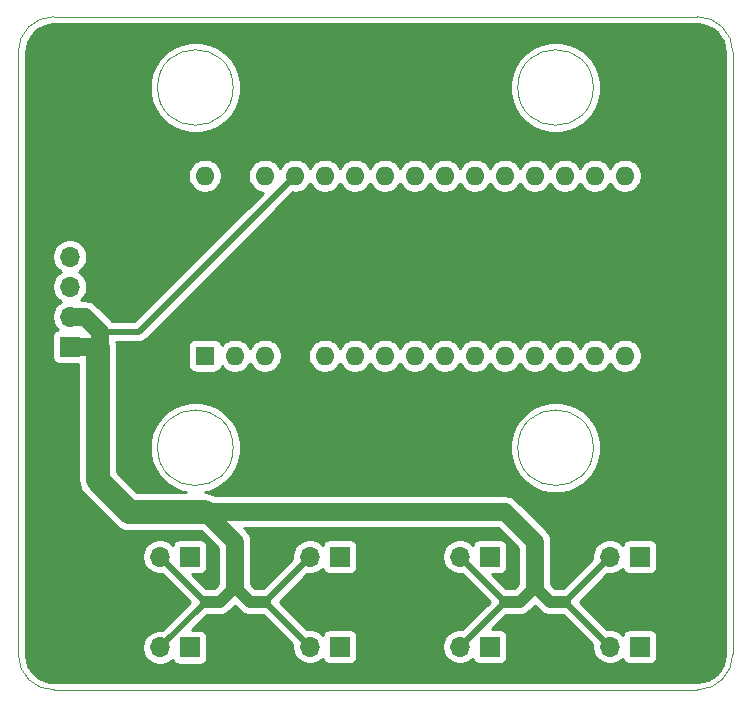
<source format=gbr>
G04 #@! TF.GenerationSoftware,KiCad,Pcbnew,5.1.5+dfsg1-2build2*
G04 #@! TF.CreationDate,2021-01-17T21:09:55-05:00*
G04 #@! TF.ProjectId,Multidrop-Servo-Routing,4d756c74-6964-4726-9f70-2d536572766f,rev?*
G04 #@! TF.SameCoordinates,Original*
G04 #@! TF.FileFunction,Copper,L2,Bot*
G04 #@! TF.FilePolarity,Positive*
%FSLAX46Y46*%
G04 Gerber Fmt 4.6, Leading zero omitted, Abs format (unit mm)*
G04 Created by KiCad (PCBNEW 5.1.5+dfsg1-2build2) date 2021-01-17 21:09:55*
%MOMM*%
%LPD*%
G04 APERTURE LIST*
G04 #@! TA.AperFunction,Profile*
%ADD10C,0.050000*%
G04 #@! TD*
G04 #@! TA.AperFunction,ComponentPad*
%ADD11O,1.700000X1.700000*%
G04 #@! TD*
G04 #@! TA.AperFunction,ComponentPad*
%ADD12R,1.700000X1.700000*%
G04 #@! TD*
G04 #@! TA.AperFunction,ComponentPad*
%ADD13O,1.600000X1.600000*%
G04 #@! TD*
G04 #@! TA.AperFunction,ComponentPad*
%ADD14R,1.600000X1.600000*%
G04 #@! TD*
G04 #@! TA.AperFunction,ViaPad*
%ADD15C,0.800000*%
G04 #@! TD*
G04 #@! TA.AperFunction,Conductor*
%ADD16C,0.500000*%
G04 #@! TD*
G04 #@! TA.AperFunction,Conductor*
%ADD17C,1.000000*%
G04 #@! TD*
G04 #@! TA.AperFunction,Conductor*
%ADD18C,1.500000*%
G04 #@! TD*
G04 #@! TA.AperFunction,Conductor*
%ADD19C,2.000000*%
G04 #@! TD*
G04 #@! TA.AperFunction,Conductor*
%ADD20C,0.254000*%
G04 #@! TD*
G04 APERTURE END LIST*
D10*
X92500000Y-63500000D02*
G75*
G02X95500000Y-66500000I0J-3000000D01*
G01*
X35000000Y-66500000D02*
G75*
G02X38000000Y-63500000I3000000J0D01*
G01*
X95500000Y-117500000D02*
G75*
G02X92500000Y-120500000I-3000000J0D01*
G01*
X38068062Y-120499228D02*
G75*
G02X35000000Y-117500000I-68062J2999228D01*
G01*
X35000000Y-117500000D02*
X35000000Y-66500000D01*
X92500000Y-120500000D02*
X38068062Y-120499228D01*
X95500000Y-66500000D02*
X95500000Y-117500000D01*
X38000000Y-63500000D02*
X92500000Y-63500000D01*
X53200000Y-69500000D02*
G75*
G03X53200000Y-69500000I-3200000J0D01*
G01*
X83700000Y-69500000D02*
G75*
G03X83700000Y-69500000I-3200000J0D01*
G01*
X83700000Y-100000000D02*
G75*
G03X83700000Y-100000000I-3200000J0D01*
G01*
X53200000Y-100000000D02*
G75*
G03X53200000Y-100000000I-3200000J0D01*
G01*
D11*
G04 #@! TO.P,J6,3*
G04 #@! TO.N,GND*
X44450000Y-109220000D03*
G04 #@! TO.P,J6,2*
G04 #@! TO.N,+5V*
X46990000Y-109220000D03*
D12*
G04 #@! TO.P,J6,1*
G04 #@! TO.N,Servo_1*
X49530000Y-109220000D03*
G04 #@! TD*
D11*
G04 #@! TO.P,J9,3*
G04 #@! TO.N,GND*
X82550000Y-109220000D03*
G04 #@! TO.P,J9,2*
G04 #@! TO.N,+5V*
X85090000Y-109220000D03*
D12*
G04 #@! TO.P,J9,1*
G04 #@! TO.N,Servo_4*
X87630000Y-109220000D03*
G04 #@! TD*
D11*
G04 #@! TO.P,J8,3*
G04 #@! TO.N,GND*
X69850000Y-109220000D03*
G04 #@! TO.P,J8,2*
G04 #@! TO.N,+5V*
X72390000Y-109220000D03*
D12*
G04 #@! TO.P,J8,1*
G04 #@! TO.N,Servo_3*
X74930000Y-109220000D03*
G04 #@! TD*
D11*
G04 #@! TO.P,J7,3*
G04 #@! TO.N,GND*
X57150000Y-116840000D03*
G04 #@! TO.P,J7,2*
G04 #@! TO.N,+5V*
X59690000Y-116840000D03*
D12*
G04 #@! TO.P,J7,1*
G04 #@! TO.N,Servo_2*
X62230000Y-116840000D03*
G04 #@! TD*
D11*
G04 #@! TO.P,J5,6*
G04 #@! TO.N,GND*
X39370000Y-78740000D03*
G04 #@! TO.P,J5,5*
X39370000Y-81280000D03*
G04 #@! TO.P,J5,4*
G04 #@! TO.N,SCL*
X39370000Y-83820000D03*
G04 #@! TO.P,J5,3*
G04 #@! TO.N,SDA*
X39370000Y-86360000D03*
G04 #@! TO.P,J5,2*
G04 #@! TO.N,+5V*
X39370000Y-88900000D03*
D12*
G04 #@! TO.P,J5,1*
X39370000Y-91440000D03*
G04 #@! TD*
D11*
G04 #@! TO.P,J4,3*
G04 #@! TO.N,GND*
X82550000Y-116840000D03*
G04 #@! TO.P,J4,2*
G04 #@! TO.N,+5V*
X85090000Y-116840000D03*
D12*
G04 #@! TO.P,J4,1*
G04 #@! TO.N,Servo_4*
X87630000Y-116840000D03*
G04 #@! TD*
D11*
G04 #@! TO.P,J3,3*
G04 #@! TO.N,GND*
X69850000Y-116840000D03*
G04 #@! TO.P,J3,2*
G04 #@! TO.N,+5V*
X72390000Y-116840000D03*
D12*
G04 #@! TO.P,J3,1*
G04 #@! TO.N,Servo_3*
X74930000Y-116840000D03*
G04 #@! TD*
D11*
G04 #@! TO.P,J2,3*
G04 #@! TO.N,GND*
X57150000Y-109220000D03*
G04 #@! TO.P,J2,2*
G04 #@! TO.N,+5V*
X59690000Y-109220000D03*
D12*
G04 #@! TO.P,J2,1*
G04 #@! TO.N,Servo_2*
X62230000Y-109220000D03*
G04 #@! TD*
D11*
G04 #@! TO.P,J1,3*
G04 #@! TO.N,GND*
X44450000Y-116910000D03*
G04 #@! TO.P,J1,2*
G04 #@! TO.N,+5V*
X46990000Y-116910000D03*
D12*
G04 #@! TO.P,J1,1*
G04 #@! TO.N,Servo_1*
X49530000Y-116910000D03*
G04 #@! TD*
D13*
G04 #@! TO.P,A1,16*
G04 #@! TO.N,Net-(A1-Pad16)*
X86360000Y-76962000D03*
G04 #@! TO.P,A1,15*
G04 #@! TO.N,Net-(A1-Pad15)*
X86360000Y-92202000D03*
G04 #@! TO.P,A1,30*
G04 #@! TO.N,Net-(A1-Pad30)*
X50800000Y-76962000D03*
G04 #@! TO.P,A1,14*
G04 #@! TO.N,Servo_4*
X83820000Y-92202000D03*
G04 #@! TO.P,A1,29*
G04 #@! TO.N,GND*
X53340000Y-76962000D03*
G04 #@! TO.P,A1,13*
G04 #@! TO.N,Servo_3*
X81280000Y-92202000D03*
G04 #@! TO.P,A1,28*
G04 #@! TO.N,Net-(A1-Pad28)*
X55880000Y-76962000D03*
G04 #@! TO.P,A1,12*
G04 #@! TO.N,Net-(A1-Pad12)*
X78740000Y-92202000D03*
G04 #@! TO.P,A1,27*
G04 #@! TO.N,+5V*
X58420000Y-76962000D03*
G04 #@! TO.P,A1,11*
G04 #@! TO.N,Net-(A1-Pad11)*
X76200000Y-92202000D03*
G04 #@! TO.P,A1,26*
G04 #@! TO.N,Net-(A1-Pad26)*
X60960000Y-76962000D03*
G04 #@! TO.P,A1,10*
G04 #@! TO.N,Net-(A1-Pad10)*
X73660000Y-92202000D03*
G04 #@! TO.P,A1,25*
G04 #@! TO.N,Net-(A1-Pad25)*
X63500000Y-76962000D03*
G04 #@! TO.P,A1,9*
G04 #@! TO.N,Servo_2*
X71120000Y-92202000D03*
G04 #@! TO.P,A1,24*
G04 #@! TO.N,SCL*
X66040000Y-76962000D03*
G04 #@! TO.P,A1,8*
G04 #@! TO.N,Servo_1*
X68580000Y-92202000D03*
G04 #@! TO.P,A1,23*
G04 #@! TO.N,SDA*
X68580000Y-76962000D03*
G04 #@! TO.P,A1,7*
G04 #@! TO.N,Net-(A1-Pad7)*
X66040000Y-92202000D03*
G04 #@! TO.P,A1,22*
G04 #@! TO.N,Net-(A1-Pad22)*
X71120000Y-76962000D03*
G04 #@! TO.P,A1,6*
G04 #@! TO.N,Net-(A1-Pad6)*
X63500000Y-92202000D03*
G04 #@! TO.P,A1,21*
G04 #@! TO.N,Net-(A1-Pad21)*
X73660000Y-76962000D03*
G04 #@! TO.P,A1,5*
G04 #@! TO.N,Net-(A1-Pad5)*
X60960000Y-92202000D03*
G04 #@! TO.P,A1,20*
G04 #@! TO.N,Net-(A1-Pad20)*
X76200000Y-76962000D03*
G04 #@! TO.P,A1,4*
G04 #@! TO.N,GND*
X58420000Y-92202000D03*
G04 #@! TO.P,A1,19*
G04 #@! TO.N,Net-(A1-Pad19)*
X78740000Y-76962000D03*
G04 #@! TO.P,A1,3*
G04 #@! TO.N,Net-(A1-Pad3)*
X55880000Y-92202000D03*
G04 #@! TO.P,A1,18*
G04 #@! TO.N,Net-(A1-Pad18)*
X81280000Y-76962000D03*
G04 #@! TO.P,A1,2*
G04 #@! TO.N,Net-(A1-Pad2)*
X53340000Y-92202000D03*
G04 #@! TO.P,A1,17*
G04 #@! TO.N,Net-(A1-Pad17)*
X83820000Y-76962000D03*
D14*
G04 #@! TO.P,A1,1*
G04 #@! TO.N,Net-(A1-Pad1)*
X50800000Y-92202000D03*
G04 #@! TD*
D15*
G04 #@! TO.N,GND*
X66040000Y-109220000D03*
X66040000Y-116840000D03*
X53340000Y-116840000D03*
X40640000Y-116840000D03*
X40640000Y-109220000D03*
X91440000Y-109220000D03*
X91440000Y-116840000D03*
X91440000Y-101600000D03*
X78740000Y-116840000D03*
X66040000Y-101600000D03*
X91440000Y-93980000D03*
X91440000Y-86360000D03*
X78740000Y-86360000D03*
X66040000Y-86360000D03*
X91440000Y-71120000D03*
X66040000Y-71120000D03*
X40640000Y-71120000D03*
X55880000Y-96520000D03*
G04 #@! TD*
D16*
G04 #@! TO.N,+5V*
X59690000Y-116840000D02*
X55880000Y-113030000D01*
X55880000Y-113030000D02*
X59690000Y-109220000D01*
X46990000Y-116910000D02*
X50870000Y-113030000D01*
X50800000Y-113030000D02*
X46990000Y-109220000D01*
X50870000Y-113030000D02*
X50800000Y-113030000D01*
X72390000Y-116840000D02*
X76200000Y-113030000D01*
X76200000Y-113030000D02*
X72390000Y-109220000D01*
X85090000Y-116840000D02*
X81280000Y-113030000D01*
X81280000Y-113030000D02*
X85090000Y-109220000D01*
D17*
X50870000Y-113030000D02*
X52070000Y-113030000D01*
X52070000Y-113030000D02*
X53340000Y-111760000D01*
X53340000Y-111760000D02*
X54610000Y-113030000D01*
X54610000Y-113030000D02*
X55880000Y-113030000D01*
X76200000Y-113030000D02*
X77470000Y-113030000D01*
X77470000Y-113030000D02*
X78740000Y-111760000D01*
X78740000Y-111760000D02*
X80010000Y-113030000D01*
X80010000Y-113030000D02*
X81280000Y-113030000D01*
D18*
X40640000Y-88900000D02*
X39370000Y-88900000D01*
X41910000Y-90170000D02*
X40640000Y-88900000D01*
X41910000Y-91630000D02*
X41910000Y-90170000D01*
X41720000Y-91440000D02*
X41910000Y-91630000D01*
X39370000Y-91440000D02*
X41720000Y-91440000D01*
D19*
X41720000Y-91440000D02*
X41720000Y-102747919D01*
D18*
X76200000Y-105410000D02*
X78740000Y-107950000D01*
X50800000Y-105410000D02*
X76200000Y-105410000D01*
X78740000Y-107950000D02*
X78740000Y-109220000D01*
X53340000Y-107950000D02*
X50800000Y-105410000D01*
X53340000Y-111760000D02*
X53340000Y-107950000D01*
D19*
X44382081Y-105410000D02*
X50800000Y-105410000D01*
X41720000Y-102747919D02*
X44382081Y-105410000D01*
D18*
X78740000Y-109220000D02*
X78740000Y-111760000D01*
D16*
X45212000Y-90170000D02*
X58420000Y-76962000D01*
X41910000Y-90170000D02*
X45212000Y-90170000D01*
G04 #@! TD*
D20*
G04 #@! TO.N,GND*
G36*
X92953893Y-64207670D02*
G01*
X93390498Y-64339489D01*
X93793185Y-64553600D01*
X94146612Y-64841848D01*
X94437327Y-65193261D01*
X94654242Y-65594439D01*
X94789106Y-66030113D01*
X94840000Y-66514344D01*
X94840001Y-117467711D01*
X94792330Y-117953894D01*
X94660512Y-118390497D01*
X94446399Y-118793186D01*
X94158150Y-119146613D01*
X93806739Y-119437327D01*
X93405564Y-119654240D01*
X92969886Y-119789106D01*
X92485661Y-119840000D01*
X38092848Y-119839229D01*
X37598230Y-119802038D01*
X37158748Y-119680159D01*
X36751306Y-119475238D01*
X36391430Y-119195082D01*
X36092822Y-118850360D01*
X35866857Y-118454201D01*
X35722143Y-118021695D01*
X35660695Y-117542024D01*
X35660000Y-117495134D01*
X35660000Y-90590000D01*
X37881928Y-90590000D01*
X37881928Y-92290000D01*
X37894188Y-92414482D01*
X37930498Y-92534180D01*
X37989463Y-92644494D01*
X38068815Y-92741185D01*
X38165506Y-92820537D01*
X38275820Y-92879502D01*
X38395518Y-92915812D01*
X38520000Y-92928072D01*
X40085000Y-92928072D01*
X40085001Y-102667590D01*
X40077089Y-102747919D01*
X40108658Y-103068435D01*
X40202148Y-103376633D01*
X40202149Y-103376634D01*
X40353970Y-103660671D01*
X40558287Y-103909633D01*
X40620682Y-103960839D01*
X43169161Y-106509319D01*
X43220367Y-106571714D01*
X43469329Y-106776031D01*
X43753366Y-106927852D01*
X44061565Y-107021343D01*
X44301759Y-107045000D01*
X44301761Y-107045000D01*
X44382080Y-107052911D01*
X44462400Y-107045000D01*
X50476315Y-107045000D01*
X51955001Y-108523686D01*
X51955000Y-111539868D01*
X51599869Y-111895000D01*
X50916579Y-111895000D01*
X49729651Y-110708072D01*
X50380000Y-110708072D01*
X50504482Y-110695812D01*
X50624180Y-110659502D01*
X50734494Y-110600537D01*
X50831185Y-110521185D01*
X50910537Y-110424494D01*
X50969502Y-110314180D01*
X51005812Y-110194482D01*
X51018072Y-110070000D01*
X51018072Y-108370000D01*
X51005812Y-108245518D01*
X50969502Y-108125820D01*
X50910537Y-108015506D01*
X50831185Y-107918815D01*
X50734494Y-107839463D01*
X50624180Y-107780498D01*
X50504482Y-107744188D01*
X50380000Y-107731928D01*
X48680000Y-107731928D01*
X48555518Y-107744188D01*
X48435820Y-107780498D01*
X48325506Y-107839463D01*
X48228815Y-107918815D01*
X48149463Y-108015506D01*
X48090498Y-108125820D01*
X48068487Y-108198380D01*
X47936632Y-108066525D01*
X47693411Y-107904010D01*
X47423158Y-107792068D01*
X47136260Y-107735000D01*
X46843740Y-107735000D01*
X46556842Y-107792068D01*
X46286589Y-107904010D01*
X46043368Y-108066525D01*
X45836525Y-108273368D01*
X45674010Y-108516589D01*
X45562068Y-108786842D01*
X45505000Y-109073740D01*
X45505000Y-109366260D01*
X45562068Y-109653158D01*
X45674010Y-109923411D01*
X45836525Y-110166632D01*
X46043368Y-110373475D01*
X46286589Y-110535990D01*
X46556842Y-110647932D01*
X46843740Y-110705000D01*
X47136260Y-110705000D01*
X47208961Y-110690539D01*
X49583421Y-113065000D01*
X47208961Y-115439461D01*
X47136260Y-115425000D01*
X46843740Y-115425000D01*
X46556842Y-115482068D01*
X46286589Y-115594010D01*
X46043368Y-115756525D01*
X45836525Y-115963368D01*
X45674010Y-116206589D01*
X45562068Y-116476842D01*
X45505000Y-116763740D01*
X45505000Y-117056260D01*
X45562068Y-117343158D01*
X45674010Y-117613411D01*
X45836525Y-117856632D01*
X46043368Y-118063475D01*
X46286589Y-118225990D01*
X46556842Y-118337932D01*
X46843740Y-118395000D01*
X47136260Y-118395000D01*
X47423158Y-118337932D01*
X47693411Y-118225990D01*
X47936632Y-118063475D01*
X48068487Y-117931620D01*
X48090498Y-118004180D01*
X48149463Y-118114494D01*
X48228815Y-118211185D01*
X48325506Y-118290537D01*
X48435820Y-118349502D01*
X48555518Y-118385812D01*
X48680000Y-118398072D01*
X50380000Y-118398072D01*
X50504482Y-118385812D01*
X50624180Y-118349502D01*
X50734494Y-118290537D01*
X50831185Y-118211185D01*
X50910537Y-118114494D01*
X50969502Y-118004180D01*
X51005812Y-117884482D01*
X51018072Y-117760000D01*
X51018072Y-116060000D01*
X51005812Y-115935518D01*
X50969502Y-115815820D01*
X50910537Y-115705506D01*
X50831185Y-115608815D01*
X50734494Y-115529463D01*
X50624180Y-115470498D01*
X50504482Y-115434188D01*
X50380000Y-115421928D01*
X49729651Y-115421928D01*
X50986579Y-114165000D01*
X52014249Y-114165000D01*
X52070000Y-114170491D01*
X52125751Y-114165000D01*
X52125752Y-114165000D01*
X52292499Y-114148577D01*
X52506447Y-114083676D01*
X52703623Y-113978284D01*
X52876449Y-113836449D01*
X52911996Y-113793135D01*
X53340000Y-113365132D01*
X53768008Y-113793140D01*
X53803551Y-113836449D01*
X53976377Y-113978284D01*
X54173553Y-114083676D01*
X54337705Y-114133471D01*
X54387500Y-114148577D01*
X54408493Y-114150644D01*
X54554248Y-114165000D01*
X54554255Y-114165000D01*
X54609999Y-114170490D01*
X54665743Y-114165000D01*
X55763422Y-114165000D01*
X58219461Y-116621040D01*
X58205000Y-116693740D01*
X58205000Y-116986260D01*
X58262068Y-117273158D01*
X58374010Y-117543411D01*
X58536525Y-117786632D01*
X58743368Y-117993475D01*
X58986589Y-118155990D01*
X59256842Y-118267932D01*
X59543740Y-118325000D01*
X59836260Y-118325000D01*
X60123158Y-118267932D01*
X60393411Y-118155990D01*
X60636632Y-117993475D01*
X60768487Y-117861620D01*
X60790498Y-117934180D01*
X60849463Y-118044494D01*
X60928815Y-118141185D01*
X61025506Y-118220537D01*
X61135820Y-118279502D01*
X61255518Y-118315812D01*
X61380000Y-118328072D01*
X63080000Y-118328072D01*
X63204482Y-118315812D01*
X63324180Y-118279502D01*
X63434494Y-118220537D01*
X63531185Y-118141185D01*
X63610537Y-118044494D01*
X63669502Y-117934180D01*
X63705812Y-117814482D01*
X63718072Y-117690000D01*
X63718072Y-115990000D01*
X63705812Y-115865518D01*
X63669502Y-115745820D01*
X63610537Y-115635506D01*
X63531185Y-115538815D01*
X63434494Y-115459463D01*
X63324180Y-115400498D01*
X63204482Y-115364188D01*
X63080000Y-115351928D01*
X61380000Y-115351928D01*
X61255518Y-115364188D01*
X61135820Y-115400498D01*
X61025506Y-115459463D01*
X60928815Y-115538815D01*
X60849463Y-115635506D01*
X60790498Y-115745820D01*
X60768487Y-115818380D01*
X60636632Y-115686525D01*
X60393411Y-115524010D01*
X60123158Y-115412068D01*
X59836260Y-115355000D01*
X59543740Y-115355000D01*
X59471040Y-115369461D01*
X57131578Y-113030000D01*
X59471040Y-110690539D01*
X59543740Y-110705000D01*
X59836260Y-110705000D01*
X60123158Y-110647932D01*
X60393411Y-110535990D01*
X60636632Y-110373475D01*
X60768487Y-110241620D01*
X60790498Y-110314180D01*
X60849463Y-110424494D01*
X60928815Y-110521185D01*
X61025506Y-110600537D01*
X61135820Y-110659502D01*
X61255518Y-110695812D01*
X61380000Y-110708072D01*
X63080000Y-110708072D01*
X63204482Y-110695812D01*
X63324180Y-110659502D01*
X63434494Y-110600537D01*
X63531185Y-110521185D01*
X63610537Y-110424494D01*
X63669502Y-110314180D01*
X63705812Y-110194482D01*
X63718072Y-110070000D01*
X63718072Y-108370000D01*
X63705812Y-108245518D01*
X63669502Y-108125820D01*
X63610537Y-108015506D01*
X63531185Y-107918815D01*
X63434494Y-107839463D01*
X63324180Y-107780498D01*
X63204482Y-107744188D01*
X63080000Y-107731928D01*
X61380000Y-107731928D01*
X61255518Y-107744188D01*
X61135820Y-107780498D01*
X61025506Y-107839463D01*
X60928815Y-107918815D01*
X60849463Y-108015506D01*
X60790498Y-108125820D01*
X60768487Y-108198380D01*
X60636632Y-108066525D01*
X60393411Y-107904010D01*
X60123158Y-107792068D01*
X59836260Y-107735000D01*
X59543740Y-107735000D01*
X59256842Y-107792068D01*
X58986589Y-107904010D01*
X58743368Y-108066525D01*
X58536525Y-108273368D01*
X58374010Y-108516589D01*
X58262068Y-108786842D01*
X58205000Y-109073740D01*
X58205000Y-109366260D01*
X58219461Y-109438960D01*
X55763422Y-111895000D01*
X55080132Y-111895000D01*
X54725000Y-111539869D01*
X54725000Y-108018026D01*
X54731700Y-107949999D01*
X54725000Y-107881972D01*
X54725000Y-107881963D01*
X54704960Y-107678493D01*
X54625764Y-107417419D01*
X54497157Y-107176812D01*
X54324081Y-106965919D01*
X54271231Y-106922546D01*
X54143685Y-106795000D01*
X75626315Y-106795000D01*
X77355000Y-108523685D01*
X77355000Y-109151964D01*
X77355001Y-111539868D01*
X76999869Y-111895000D01*
X76316579Y-111895000D01*
X75129651Y-110708072D01*
X75780000Y-110708072D01*
X75904482Y-110695812D01*
X76024180Y-110659502D01*
X76134494Y-110600537D01*
X76231185Y-110521185D01*
X76310537Y-110424494D01*
X76369502Y-110314180D01*
X76405812Y-110194482D01*
X76418072Y-110070000D01*
X76418072Y-108370000D01*
X76405812Y-108245518D01*
X76369502Y-108125820D01*
X76310537Y-108015506D01*
X76231185Y-107918815D01*
X76134494Y-107839463D01*
X76024180Y-107780498D01*
X75904482Y-107744188D01*
X75780000Y-107731928D01*
X74080000Y-107731928D01*
X73955518Y-107744188D01*
X73835820Y-107780498D01*
X73725506Y-107839463D01*
X73628815Y-107918815D01*
X73549463Y-108015506D01*
X73490498Y-108125820D01*
X73468487Y-108198380D01*
X73336632Y-108066525D01*
X73093411Y-107904010D01*
X72823158Y-107792068D01*
X72536260Y-107735000D01*
X72243740Y-107735000D01*
X71956842Y-107792068D01*
X71686589Y-107904010D01*
X71443368Y-108066525D01*
X71236525Y-108273368D01*
X71074010Y-108516589D01*
X70962068Y-108786842D01*
X70905000Y-109073740D01*
X70905000Y-109366260D01*
X70962068Y-109653158D01*
X71074010Y-109923411D01*
X71236525Y-110166632D01*
X71443368Y-110373475D01*
X71686589Y-110535990D01*
X71956842Y-110647932D01*
X72243740Y-110705000D01*
X72536260Y-110705000D01*
X72608961Y-110690539D01*
X74948421Y-113030000D01*
X72608961Y-115369461D01*
X72536260Y-115355000D01*
X72243740Y-115355000D01*
X71956842Y-115412068D01*
X71686589Y-115524010D01*
X71443368Y-115686525D01*
X71236525Y-115893368D01*
X71074010Y-116136589D01*
X70962068Y-116406842D01*
X70905000Y-116693740D01*
X70905000Y-116986260D01*
X70962068Y-117273158D01*
X71074010Y-117543411D01*
X71236525Y-117786632D01*
X71443368Y-117993475D01*
X71686589Y-118155990D01*
X71956842Y-118267932D01*
X72243740Y-118325000D01*
X72536260Y-118325000D01*
X72823158Y-118267932D01*
X73093411Y-118155990D01*
X73336632Y-117993475D01*
X73468487Y-117861620D01*
X73490498Y-117934180D01*
X73549463Y-118044494D01*
X73628815Y-118141185D01*
X73725506Y-118220537D01*
X73835820Y-118279502D01*
X73955518Y-118315812D01*
X74080000Y-118328072D01*
X75780000Y-118328072D01*
X75904482Y-118315812D01*
X76024180Y-118279502D01*
X76134494Y-118220537D01*
X76231185Y-118141185D01*
X76310537Y-118044494D01*
X76369502Y-117934180D01*
X76405812Y-117814482D01*
X76418072Y-117690000D01*
X76418072Y-115990000D01*
X76405812Y-115865518D01*
X76369502Y-115745820D01*
X76310537Y-115635506D01*
X76231185Y-115538815D01*
X76134494Y-115459463D01*
X76024180Y-115400498D01*
X75904482Y-115364188D01*
X75780000Y-115351928D01*
X75129651Y-115351928D01*
X76316579Y-114165000D01*
X77414249Y-114165000D01*
X77470000Y-114170491D01*
X77525751Y-114165000D01*
X77525752Y-114165000D01*
X77692499Y-114148577D01*
X77906447Y-114083676D01*
X78103623Y-113978284D01*
X78276449Y-113836449D01*
X78311996Y-113793135D01*
X78740000Y-113365132D01*
X79168008Y-113793140D01*
X79203551Y-113836449D01*
X79376377Y-113978284D01*
X79573553Y-114083676D01*
X79737705Y-114133471D01*
X79787500Y-114148577D01*
X79808493Y-114150644D01*
X79954248Y-114165000D01*
X79954255Y-114165000D01*
X80009999Y-114170490D01*
X80065743Y-114165000D01*
X81163422Y-114165000D01*
X83619461Y-116621040D01*
X83605000Y-116693740D01*
X83605000Y-116986260D01*
X83662068Y-117273158D01*
X83774010Y-117543411D01*
X83936525Y-117786632D01*
X84143368Y-117993475D01*
X84386589Y-118155990D01*
X84656842Y-118267932D01*
X84943740Y-118325000D01*
X85236260Y-118325000D01*
X85523158Y-118267932D01*
X85793411Y-118155990D01*
X86036632Y-117993475D01*
X86168487Y-117861620D01*
X86190498Y-117934180D01*
X86249463Y-118044494D01*
X86328815Y-118141185D01*
X86425506Y-118220537D01*
X86535820Y-118279502D01*
X86655518Y-118315812D01*
X86780000Y-118328072D01*
X88480000Y-118328072D01*
X88604482Y-118315812D01*
X88724180Y-118279502D01*
X88834494Y-118220537D01*
X88931185Y-118141185D01*
X89010537Y-118044494D01*
X89069502Y-117934180D01*
X89105812Y-117814482D01*
X89118072Y-117690000D01*
X89118072Y-115990000D01*
X89105812Y-115865518D01*
X89069502Y-115745820D01*
X89010537Y-115635506D01*
X88931185Y-115538815D01*
X88834494Y-115459463D01*
X88724180Y-115400498D01*
X88604482Y-115364188D01*
X88480000Y-115351928D01*
X86780000Y-115351928D01*
X86655518Y-115364188D01*
X86535820Y-115400498D01*
X86425506Y-115459463D01*
X86328815Y-115538815D01*
X86249463Y-115635506D01*
X86190498Y-115745820D01*
X86168487Y-115818380D01*
X86036632Y-115686525D01*
X85793411Y-115524010D01*
X85523158Y-115412068D01*
X85236260Y-115355000D01*
X84943740Y-115355000D01*
X84871040Y-115369461D01*
X82531578Y-113030000D01*
X84871040Y-110690539D01*
X84943740Y-110705000D01*
X85236260Y-110705000D01*
X85523158Y-110647932D01*
X85793411Y-110535990D01*
X86036632Y-110373475D01*
X86168487Y-110241620D01*
X86190498Y-110314180D01*
X86249463Y-110424494D01*
X86328815Y-110521185D01*
X86425506Y-110600537D01*
X86535820Y-110659502D01*
X86655518Y-110695812D01*
X86780000Y-110708072D01*
X88480000Y-110708072D01*
X88604482Y-110695812D01*
X88724180Y-110659502D01*
X88834494Y-110600537D01*
X88931185Y-110521185D01*
X89010537Y-110424494D01*
X89069502Y-110314180D01*
X89105812Y-110194482D01*
X89118072Y-110070000D01*
X89118072Y-108370000D01*
X89105812Y-108245518D01*
X89069502Y-108125820D01*
X89010537Y-108015506D01*
X88931185Y-107918815D01*
X88834494Y-107839463D01*
X88724180Y-107780498D01*
X88604482Y-107744188D01*
X88480000Y-107731928D01*
X86780000Y-107731928D01*
X86655518Y-107744188D01*
X86535820Y-107780498D01*
X86425506Y-107839463D01*
X86328815Y-107918815D01*
X86249463Y-108015506D01*
X86190498Y-108125820D01*
X86168487Y-108198380D01*
X86036632Y-108066525D01*
X85793411Y-107904010D01*
X85523158Y-107792068D01*
X85236260Y-107735000D01*
X84943740Y-107735000D01*
X84656842Y-107792068D01*
X84386589Y-107904010D01*
X84143368Y-108066525D01*
X83936525Y-108273368D01*
X83774010Y-108516589D01*
X83662068Y-108786842D01*
X83605000Y-109073740D01*
X83605000Y-109366260D01*
X83619461Y-109438960D01*
X81163422Y-111895000D01*
X80480132Y-111895000D01*
X80125000Y-111539869D01*
X80125000Y-108018026D01*
X80131700Y-107949999D01*
X80125000Y-107881972D01*
X80125000Y-107881963D01*
X80104960Y-107678493D01*
X80025764Y-107417419D01*
X79897157Y-107176812D01*
X79724080Y-106965919D01*
X79671235Y-106922550D01*
X77227454Y-104478769D01*
X77184081Y-104425919D01*
X76973188Y-104252843D01*
X76732581Y-104124236D01*
X76471507Y-104045040D01*
X76268037Y-104025000D01*
X76268029Y-104025000D01*
X76200000Y-104018300D01*
X76131971Y-104025000D01*
X51677264Y-104025000D01*
X51428715Y-103892148D01*
X51120516Y-103798657D01*
X50880322Y-103775000D01*
X50814253Y-103775000D01*
X51126305Y-103712929D01*
X51829019Y-103421855D01*
X52461446Y-102999281D01*
X52999281Y-102461446D01*
X53421855Y-101829019D01*
X53712929Y-101126305D01*
X53861317Y-100380307D01*
X53861317Y-99619693D01*
X76638683Y-99619693D01*
X76638683Y-100380307D01*
X76787071Y-101126305D01*
X77078145Y-101829019D01*
X77500719Y-102461446D01*
X78038554Y-102999281D01*
X78670981Y-103421855D01*
X79373695Y-103712929D01*
X80119693Y-103861317D01*
X80880307Y-103861317D01*
X81626305Y-103712929D01*
X82329019Y-103421855D01*
X82961446Y-102999281D01*
X83499281Y-102461446D01*
X83921855Y-101829019D01*
X84212929Y-101126305D01*
X84361317Y-100380307D01*
X84361317Y-99619693D01*
X84212929Y-98873695D01*
X83921855Y-98170981D01*
X83499281Y-97538554D01*
X82961446Y-97000719D01*
X82329019Y-96578145D01*
X81626305Y-96287071D01*
X80880307Y-96138683D01*
X80119693Y-96138683D01*
X79373695Y-96287071D01*
X78670981Y-96578145D01*
X78038554Y-97000719D01*
X77500719Y-97538554D01*
X77078145Y-98170981D01*
X76787071Y-98873695D01*
X76638683Y-99619693D01*
X53861317Y-99619693D01*
X53712929Y-98873695D01*
X53421855Y-98170981D01*
X52999281Y-97538554D01*
X52461446Y-97000719D01*
X51829019Y-96578145D01*
X51126305Y-96287071D01*
X50380307Y-96138683D01*
X49619693Y-96138683D01*
X48873695Y-96287071D01*
X48170981Y-96578145D01*
X47538554Y-97000719D01*
X47000719Y-97538554D01*
X46578145Y-98170981D01*
X46287071Y-98873695D01*
X46138683Y-99619693D01*
X46138683Y-100380307D01*
X46287071Y-101126305D01*
X46578145Y-101829019D01*
X47000719Y-102461446D01*
X47538554Y-102999281D01*
X48170981Y-103421855D01*
X48873695Y-103712929D01*
X49185747Y-103775000D01*
X45059320Y-103775000D01*
X43355000Y-102070681D01*
X43355000Y-91402000D01*
X49361928Y-91402000D01*
X49361928Y-93002000D01*
X49374188Y-93126482D01*
X49410498Y-93246180D01*
X49469463Y-93356494D01*
X49548815Y-93453185D01*
X49645506Y-93532537D01*
X49755820Y-93591502D01*
X49875518Y-93627812D01*
X50000000Y-93640072D01*
X51600000Y-93640072D01*
X51724482Y-93627812D01*
X51844180Y-93591502D01*
X51954494Y-93532537D01*
X52051185Y-93453185D01*
X52130537Y-93356494D01*
X52189502Y-93246180D01*
X52225812Y-93126482D01*
X52226643Y-93118039D01*
X52425241Y-93316637D01*
X52660273Y-93473680D01*
X52921426Y-93581853D01*
X53198665Y-93637000D01*
X53481335Y-93637000D01*
X53758574Y-93581853D01*
X54019727Y-93473680D01*
X54254759Y-93316637D01*
X54454637Y-93116759D01*
X54610000Y-92884241D01*
X54765363Y-93116759D01*
X54965241Y-93316637D01*
X55200273Y-93473680D01*
X55461426Y-93581853D01*
X55738665Y-93637000D01*
X56021335Y-93637000D01*
X56298574Y-93581853D01*
X56559727Y-93473680D01*
X56794759Y-93316637D01*
X56994637Y-93116759D01*
X57151680Y-92881727D01*
X57259853Y-92620574D01*
X57315000Y-92343335D01*
X57315000Y-92060665D01*
X59525000Y-92060665D01*
X59525000Y-92343335D01*
X59580147Y-92620574D01*
X59688320Y-92881727D01*
X59845363Y-93116759D01*
X60045241Y-93316637D01*
X60280273Y-93473680D01*
X60541426Y-93581853D01*
X60818665Y-93637000D01*
X61101335Y-93637000D01*
X61378574Y-93581853D01*
X61639727Y-93473680D01*
X61874759Y-93316637D01*
X62074637Y-93116759D01*
X62230000Y-92884241D01*
X62385363Y-93116759D01*
X62585241Y-93316637D01*
X62820273Y-93473680D01*
X63081426Y-93581853D01*
X63358665Y-93637000D01*
X63641335Y-93637000D01*
X63918574Y-93581853D01*
X64179727Y-93473680D01*
X64414759Y-93316637D01*
X64614637Y-93116759D01*
X64770000Y-92884241D01*
X64925363Y-93116759D01*
X65125241Y-93316637D01*
X65360273Y-93473680D01*
X65621426Y-93581853D01*
X65898665Y-93637000D01*
X66181335Y-93637000D01*
X66458574Y-93581853D01*
X66719727Y-93473680D01*
X66954759Y-93316637D01*
X67154637Y-93116759D01*
X67310000Y-92884241D01*
X67465363Y-93116759D01*
X67665241Y-93316637D01*
X67900273Y-93473680D01*
X68161426Y-93581853D01*
X68438665Y-93637000D01*
X68721335Y-93637000D01*
X68998574Y-93581853D01*
X69259727Y-93473680D01*
X69494759Y-93316637D01*
X69694637Y-93116759D01*
X69850000Y-92884241D01*
X70005363Y-93116759D01*
X70205241Y-93316637D01*
X70440273Y-93473680D01*
X70701426Y-93581853D01*
X70978665Y-93637000D01*
X71261335Y-93637000D01*
X71538574Y-93581853D01*
X71799727Y-93473680D01*
X72034759Y-93316637D01*
X72234637Y-93116759D01*
X72390000Y-92884241D01*
X72545363Y-93116759D01*
X72745241Y-93316637D01*
X72980273Y-93473680D01*
X73241426Y-93581853D01*
X73518665Y-93637000D01*
X73801335Y-93637000D01*
X74078574Y-93581853D01*
X74339727Y-93473680D01*
X74574759Y-93316637D01*
X74774637Y-93116759D01*
X74930000Y-92884241D01*
X75085363Y-93116759D01*
X75285241Y-93316637D01*
X75520273Y-93473680D01*
X75781426Y-93581853D01*
X76058665Y-93637000D01*
X76341335Y-93637000D01*
X76618574Y-93581853D01*
X76879727Y-93473680D01*
X77114759Y-93316637D01*
X77314637Y-93116759D01*
X77470000Y-92884241D01*
X77625363Y-93116759D01*
X77825241Y-93316637D01*
X78060273Y-93473680D01*
X78321426Y-93581853D01*
X78598665Y-93637000D01*
X78881335Y-93637000D01*
X79158574Y-93581853D01*
X79419727Y-93473680D01*
X79654759Y-93316637D01*
X79854637Y-93116759D01*
X80010000Y-92884241D01*
X80165363Y-93116759D01*
X80365241Y-93316637D01*
X80600273Y-93473680D01*
X80861426Y-93581853D01*
X81138665Y-93637000D01*
X81421335Y-93637000D01*
X81698574Y-93581853D01*
X81959727Y-93473680D01*
X82194759Y-93316637D01*
X82394637Y-93116759D01*
X82550000Y-92884241D01*
X82705363Y-93116759D01*
X82905241Y-93316637D01*
X83140273Y-93473680D01*
X83401426Y-93581853D01*
X83678665Y-93637000D01*
X83961335Y-93637000D01*
X84238574Y-93581853D01*
X84499727Y-93473680D01*
X84734759Y-93316637D01*
X84934637Y-93116759D01*
X85090000Y-92884241D01*
X85245363Y-93116759D01*
X85445241Y-93316637D01*
X85680273Y-93473680D01*
X85941426Y-93581853D01*
X86218665Y-93637000D01*
X86501335Y-93637000D01*
X86778574Y-93581853D01*
X87039727Y-93473680D01*
X87274759Y-93316637D01*
X87474637Y-93116759D01*
X87631680Y-92881727D01*
X87739853Y-92620574D01*
X87795000Y-92343335D01*
X87795000Y-92060665D01*
X87739853Y-91783426D01*
X87631680Y-91522273D01*
X87474637Y-91287241D01*
X87274759Y-91087363D01*
X87039727Y-90930320D01*
X86778574Y-90822147D01*
X86501335Y-90767000D01*
X86218665Y-90767000D01*
X85941426Y-90822147D01*
X85680273Y-90930320D01*
X85445241Y-91087363D01*
X85245363Y-91287241D01*
X85090000Y-91519759D01*
X84934637Y-91287241D01*
X84734759Y-91087363D01*
X84499727Y-90930320D01*
X84238574Y-90822147D01*
X83961335Y-90767000D01*
X83678665Y-90767000D01*
X83401426Y-90822147D01*
X83140273Y-90930320D01*
X82905241Y-91087363D01*
X82705363Y-91287241D01*
X82550000Y-91519759D01*
X82394637Y-91287241D01*
X82194759Y-91087363D01*
X81959727Y-90930320D01*
X81698574Y-90822147D01*
X81421335Y-90767000D01*
X81138665Y-90767000D01*
X80861426Y-90822147D01*
X80600273Y-90930320D01*
X80365241Y-91087363D01*
X80165363Y-91287241D01*
X80010000Y-91519759D01*
X79854637Y-91287241D01*
X79654759Y-91087363D01*
X79419727Y-90930320D01*
X79158574Y-90822147D01*
X78881335Y-90767000D01*
X78598665Y-90767000D01*
X78321426Y-90822147D01*
X78060273Y-90930320D01*
X77825241Y-91087363D01*
X77625363Y-91287241D01*
X77470000Y-91519759D01*
X77314637Y-91287241D01*
X77114759Y-91087363D01*
X76879727Y-90930320D01*
X76618574Y-90822147D01*
X76341335Y-90767000D01*
X76058665Y-90767000D01*
X75781426Y-90822147D01*
X75520273Y-90930320D01*
X75285241Y-91087363D01*
X75085363Y-91287241D01*
X74930000Y-91519759D01*
X74774637Y-91287241D01*
X74574759Y-91087363D01*
X74339727Y-90930320D01*
X74078574Y-90822147D01*
X73801335Y-90767000D01*
X73518665Y-90767000D01*
X73241426Y-90822147D01*
X72980273Y-90930320D01*
X72745241Y-91087363D01*
X72545363Y-91287241D01*
X72390000Y-91519759D01*
X72234637Y-91287241D01*
X72034759Y-91087363D01*
X71799727Y-90930320D01*
X71538574Y-90822147D01*
X71261335Y-90767000D01*
X70978665Y-90767000D01*
X70701426Y-90822147D01*
X70440273Y-90930320D01*
X70205241Y-91087363D01*
X70005363Y-91287241D01*
X69850000Y-91519759D01*
X69694637Y-91287241D01*
X69494759Y-91087363D01*
X69259727Y-90930320D01*
X68998574Y-90822147D01*
X68721335Y-90767000D01*
X68438665Y-90767000D01*
X68161426Y-90822147D01*
X67900273Y-90930320D01*
X67665241Y-91087363D01*
X67465363Y-91287241D01*
X67310000Y-91519759D01*
X67154637Y-91287241D01*
X66954759Y-91087363D01*
X66719727Y-90930320D01*
X66458574Y-90822147D01*
X66181335Y-90767000D01*
X65898665Y-90767000D01*
X65621426Y-90822147D01*
X65360273Y-90930320D01*
X65125241Y-91087363D01*
X64925363Y-91287241D01*
X64770000Y-91519759D01*
X64614637Y-91287241D01*
X64414759Y-91087363D01*
X64179727Y-90930320D01*
X63918574Y-90822147D01*
X63641335Y-90767000D01*
X63358665Y-90767000D01*
X63081426Y-90822147D01*
X62820273Y-90930320D01*
X62585241Y-91087363D01*
X62385363Y-91287241D01*
X62230000Y-91519759D01*
X62074637Y-91287241D01*
X61874759Y-91087363D01*
X61639727Y-90930320D01*
X61378574Y-90822147D01*
X61101335Y-90767000D01*
X60818665Y-90767000D01*
X60541426Y-90822147D01*
X60280273Y-90930320D01*
X60045241Y-91087363D01*
X59845363Y-91287241D01*
X59688320Y-91522273D01*
X59580147Y-91783426D01*
X59525000Y-92060665D01*
X57315000Y-92060665D01*
X57259853Y-91783426D01*
X57151680Y-91522273D01*
X56994637Y-91287241D01*
X56794759Y-91087363D01*
X56559727Y-90930320D01*
X56298574Y-90822147D01*
X56021335Y-90767000D01*
X55738665Y-90767000D01*
X55461426Y-90822147D01*
X55200273Y-90930320D01*
X54965241Y-91087363D01*
X54765363Y-91287241D01*
X54610000Y-91519759D01*
X54454637Y-91287241D01*
X54254759Y-91087363D01*
X54019727Y-90930320D01*
X53758574Y-90822147D01*
X53481335Y-90767000D01*
X53198665Y-90767000D01*
X52921426Y-90822147D01*
X52660273Y-90930320D01*
X52425241Y-91087363D01*
X52226643Y-91285961D01*
X52225812Y-91277518D01*
X52189502Y-91157820D01*
X52130537Y-91047506D01*
X52051185Y-90950815D01*
X51954494Y-90871463D01*
X51844180Y-90812498D01*
X51724482Y-90776188D01*
X51600000Y-90763928D01*
X50000000Y-90763928D01*
X49875518Y-90776188D01*
X49755820Y-90812498D01*
X49645506Y-90871463D01*
X49548815Y-90950815D01*
X49469463Y-91047506D01*
X49410498Y-91157820D01*
X49374188Y-91277518D01*
X49361928Y-91402000D01*
X43355000Y-91402000D01*
X43355000Y-91359678D01*
X43331343Y-91119484D01*
X43311782Y-91055000D01*
X45168531Y-91055000D01*
X45212000Y-91059281D01*
X45255469Y-91055000D01*
X45255477Y-91055000D01*
X45385490Y-91042195D01*
X45552313Y-90991589D01*
X45706059Y-90909411D01*
X45840817Y-90798817D01*
X45868534Y-90765044D01*
X58243562Y-78390017D01*
X58278665Y-78397000D01*
X58561335Y-78397000D01*
X58838574Y-78341853D01*
X59099727Y-78233680D01*
X59334759Y-78076637D01*
X59534637Y-77876759D01*
X59690000Y-77644241D01*
X59845363Y-77876759D01*
X60045241Y-78076637D01*
X60280273Y-78233680D01*
X60541426Y-78341853D01*
X60818665Y-78397000D01*
X61101335Y-78397000D01*
X61378574Y-78341853D01*
X61639727Y-78233680D01*
X61874759Y-78076637D01*
X62074637Y-77876759D01*
X62230000Y-77644241D01*
X62385363Y-77876759D01*
X62585241Y-78076637D01*
X62820273Y-78233680D01*
X63081426Y-78341853D01*
X63358665Y-78397000D01*
X63641335Y-78397000D01*
X63918574Y-78341853D01*
X64179727Y-78233680D01*
X64414759Y-78076637D01*
X64614637Y-77876759D01*
X64770000Y-77644241D01*
X64925363Y-77876759D01*
X65125241Y-78076637D01*
X65360273Y-78233680D01*
X65621426Y-78341853D01*
X65898665Y-78397000D01*
X66181335Y-78397000D01*
X66458574Y-78341853D01*
X66719727Y-78233680D01*
X66954759Y-78076637D01*
X67154637Y-77876759D01*
X67310000Y-77644241D01*
X67465363Y-77876759D01*
X67665241Y-78076637D01*
X67900273Y-78233680D01*
X68161426Y-78341853D01*
X68438665Y-78397000D01*
X68721335Y-78397000D01*
X68998574Y-78341853D01*
X69259727Y-78233680D01*
X69494759Y-78076637D01*
X69694637Y-77876759D01*
X69850000Y-77644241D01*
X70005363Y-77876759D01*
X70205241Y-78076637D01*
X70440273Y-78233680D01*
X70701426Y-78341853D01*
X70978665Y-78397000D01*
X71261335Y-78397000D01*
X71538574Y-78341853D01*
X71799727Y-78233680D01*
X72034759Y-78076637D01*
X72234637Y-77876759D01*
X72390000Y-77644241D01*
X72545363Y-77876759D01*
X72745241Y-78076637D01*
X72980273Y-78233680D01*
X73241426Y-78341853D01*
X73518665Y-78397000D01*
X73801335Y-78397000D01*
X74078574Y-78341853D01*
X74339727Y-78233680D01*
X74574759Y-78076637D01*
X74774637Y-77876759D01*
X74930000Y-77644241D01*
X75085363Y-77876759D01*
X75285241Y-78076637D01*
X75520273Y-78233680D01*
X75781426Y-78341853D01*
X76058665Y-78397000D01*
X76341335Y-78397000D01*
X76618574Y-78341853D01*
X76879727Y-78233680D01*
X77114759Y-78076637D01*
X77314637Y-77876759D01*
X77470000Y-77644241D01*
X77625363Y-77876759D01*
X77825241Y-78076637D01*
X78060273Y-78233680D01*
X78321426Y-78341853D01*
X78598665Y-78397000D01*
X78881335Y-78397000D01*
X79158574Y-78341853D01*
X79419727Y-78233680D01*
X79654759Y-78076637D01*
X79854637Y-77876759D01*
X80010000Y-77644241D01*
X80165363Y-77876759D01*
X80365241Y-78076637D01*
X80600273Y-78233680D01*
X80861426Y-78341853D01*
X81138665Y-78397000D01*
X81421335Y-78397000D01*
X81698574Y-78341853D01*
X81959727Y-78233680D01*
X82194759Y-78076637D01*
X82394637Y-77876759D01*
X82550000Y-77644241D01*
X82705363Y-77876759D01*
X82905241Y-78076637D01*
X83140273Y-78233680D01*
X83401426Y-78341853D01*
X83678665Y-78397000D01*
X83961335Y-78397000D01*
X84238574Y-78341853D01*
X84499727Y-78233680D01*
X84734759Y-78076637D01*
X84934637Y-77876759D01*
X85090000Y-77644241D01*
X85245363Y-77876759D01*
X85445241Y-78076637D01*
X85680273Y-78233680D01*
X85941426Y-78341853D01*
X86218665Y-78397000D01*
X86501335Y-78397000D01*
X86778574Y-78341853D01*
X87039727Y-78233680D01*
X87274759Y-78076637D01*
X87474637Y-77876759D01*
X87631680Y-77641727D01*
X87739853Y-77380574D01*
X87795000Y-77103335D01*
X87795000Y-76820665D01*
X87739853Y-76543426D01*
X87631680Y-76282273D01*
X87474637Y-76047241D01*
X87274759Y-75847363D01*
X87039727Y-75690320D01*
X86778574Y-75582147D01*
X86501335Y-75527000D01*
X86218665Y-75527000D01*
X85941426Y-75582147D01*
X85680273Y-75690320D01*
X85445241Y-75847363D01*
X85245363Y-76047241D01*
X85090000Y-76279759D01*
X84934637Y-76047241D01*
X84734759Y-75847363D01*
X84499727Y-75690320D01*
X84238574Y-75582147D01*
X83961335Y-75527000D01*
X83678665Y-75527000D01*
X83401426Y-75582147D01*
X83140273Y-75690320D01*
X82905241Y-75847363D01*
X82705363Y-76047241D01*
X82550000Y-76279759D01*
X82394637Y-76047241D01*
X82194759Y-75847363D01*
X81959727Y-75690320D01*
X81698574Y-75582147D01*
X81421335Y-75527000D01*
X81138665Y-75527000D01*
X80861426Y-75582147D01*
X80600273Y-75690320D01*
X80365241Y-75847363D01*
X80165363Y-76047241D01*
X80010000Y-76279759D01*
X79854637Y-76047241D01*
X79654759Y-75847363D01*
X79419727Y-75690320D01*
X79158574Y-75582147D01*
X78881335Y-75527000D01*
X78598665Y-75527000D01*
X78321426Y-75582147D01*
X78060273Y-75690320D01*
X77825241Y-75847363D01*
X77625363Y-76047241D01*
X77470000Y-76279759D01*
X77314637Y-76047241D01*
X77114759Y-75847363D01*
X76879727Y-75690320D01*
X76618574Y-75582147D01*
X76341335Y-75527000D01*
X76058665Y-75527000D01*
X75781426Y-75582147D01*
X75520273Y-75690320D01*
X75285241Y-75847363D01*
X75085363Y-76047241D01*
X74930000Y-76279759D01*
X74774637Y-76047241D01*
X74574759Y-75847363D01*
X74339727Y-75690320D01*
X74078574Y-75582147D01*
X73801335Y-75527000D01*
X73518665Y-75527000D01*
X73241426Y-75582147D01*
X72980273Y-75690320D01*
X72745241Y-75847363D01*
X72545363Y-76047241D01*
X72390000Y-76279759D01*
X72234637Y-76047241D01*
X72034759Y-75847363D01*
X71799727Y-75690320D01*
X71538574Y-75582147D01*
X71261335Y-75527000D01*
X70978665Y-75527000D01*
X70701426Y-75582147D01*
X70440273Y-75690320D01*
X70205241Y-75847363D01*
X70005363Y-76047241D01*
X69850000Y-76279759D01*
X69694637Y-76047241D01*
X69494759Y-75847363D01*
X69259727Y-75690320D01*
X68998574Y-75582147D01*
X68721335Y-75527000D01*
X68438665Y-75527000D01*
X68161426Y-75582147D01*
X67900273Y-75690320D01*
X67665241Y-75847363D01*
X67465363Y-76047241D01*
X67310000Y-76279759D01*
X67154637Y-76047241D01*
X66954759Y-75847363D01*
X66719727Y-75690320D01*
X66458574Y-75582147D01*
X66181335Y-75527000D01*
X65898665Y-75527000D01*
X65621426Y-75582147D01*
X65360273Y-75690320D01*
X65125241Y-75847363D01*
X64925363Y-76047241D01*
X64770000Y-76279759D01*
X64614637Y-76047241D01*
X64414759Y-75847363D01*
X64179727Y-75690320D01*
X63918574Y-75582147D01*
X63641335Y-75527000D01*
X63358665Y-75527000D01*
X63081426Y-75582147D01*
X62820273Y-75690320D01*
X62585241Y-75847363D01*
X62385363Y-76047241D01*
X62230000Y-76279759D01*
X62074637Y-76047241D01*
X61874759Y-75847363D01*
X61639727Y-75690320D01*
X61378574Y-75582147D01*
X61101335Y-75527000D01*
X60818665Y-75527000D01*
X60541426Y-75582147D01*
X60280273Y-75690320D01*
X60045241Y-75847363D01*
X59845363Y-76047241D01*
X59690000Y-76279759D01*
X59534637Y-76047241D01*
X59334759Y-75847363D01*
X59099727Y-75690320D01*
X58838574Y-75582147D01*
X58561335Y-75527000D01*
X58278665Y-75527000D01*
X58001426Y-75582147D01*
X57740273Y-75690320D01*
X57505241Y-75847363D01*
X57305363Y-76047241D01*
X57150000Y-76279759D01*
X56994637Y-76047241D01*
X56794759Y-75847363D01*
X56559727Y-75690320D01*
X56298574Y-75582147D01*
X56021335Y-75527000D01*
X55738665Y-75527000D01*
X55461426Y-75582147D01*
X55200273Y-75690320D01*
X54965241Y-75847363D01*
X54765363Y-76047241D01*
X54608320Y-76282273D01*
X54500147Y-76543426D01*
X54445000Y-76820665D01*
X54445000Y-77103335D01*
X54500147Y-77380574D01*
X54608320Y-77641727D01*
X54765363Y-77876759D01*
X54965241Y-78076637D01*
X55200273Y-78233680D01*
X55461426Y-78341853D01*
X55734291Y-78396130D01*
X44845422Y-89285000D01*
X42975395Y-89285000D01*
X42894081Y-89185919D01*
X42841236Y-89142550D01*
X41667454Y-87968769D01*
X41624081Y-87915919D01*
X41413188Y-87742843D01*
X41172581Y-87614236D01*
X40911507Y-87535040D01*
X40708037Y-87515000D01*
X40708029Y-87515000D01*
X40640000Y-87508300D01*
X40571971Y-87515000D01*
X40314350Y-87515000D01*
X40316632Y-87513475D01*
X40523475Y-87306632D01*
X40685990Y-87063411D01*
X40797932Y-86793158D01*
X40855000Y-86506260D01*
X40855000Y-86213740D01*
X40797932Y-85926842D01*
X40685990Y-85656589D01*
X40523475Y-85413368D01*
X40316632Y-85206525D01*
X40142240Y-85090000D01*
X40316632Y-84973475D01*
X40523475Y-84766632D01*
X40685990Y-84523411D01*
X40797932Y-84253158D01*
X40855000Y-83966260D01*
X40855000Y-83673740D01*
X40797932Y-83386842D01*
X40685990Y-83116589D01*
X40523475Y-82873368D01*
X40316632Y-82666525D01*
X40073411Y-82504010D01*
X39803158Y-82392068D01*
X39516260Y-82335000D01*
X39223740Y-82335000D01*
X38936842Y-82392068D01*
X38666589Y-82504010D01*
X38423368Y-82666525D01*
X38216525Y-82873368D01*
X38054010Y-83116589D01*
X37942068Y-83386842D01*
X37885000Y-83673740D01*
X37885000Y-83966260D01*
X37942068Y-84253158D01*
X38054010Y-84523411D01*
X38216525Y-84766632D01*
X38423368Y-84973475D01*
X38597760Y-85090000D01*
X38423368Y-85206525D01*
X38216525Y-85413368D01*
X38054010Y-85656589D01*
X37942068Y-85926842D01*
X37885000Y-86213740D01*
X37885000Y-86506260D01*
X37942068Y-86793158D01*
X38054010Y-87063411D01*
X38216525Y-87306632D01*
X38423368Y-87513475D01*
X38597760Y-87630000D01*
X38423368Y-87746525D01*
X38216525Y-87953368D01*
X38054010Y-88196589D01*
X37942068Y-88466842D01*
X37885000Y-88753740D01*
X37885000Y-89046260D01*
X37942068Y-89333158D01*
X38054010Y-89603411D01*
X38216525Y-89846632D01*
X38348380Y-89978487D01*
X38275820Y-90000498D01*
X38165506Y-90059463D01*
X38068815Y-90138815D01*
X37989463Y-90235506D01*
X37930498Y-90345820D01*
X37894188Y-90465518D01*
X37881928Y-90590000D01*
X35660000Y-90590000D01*
X35660000Y-76820665D01*
X49365000Y-76820665D01*
X49365000Y-77103335D01*
X49420147Y-77380574D01*
X49528320Y-77641727D01*
X49685363Y-77876759D01*
X49885241Y-78076637D01*
X50120273Y-78233680D01*
X50381426Y-78341853D01*
X50658665Y-78397000D01*
X50941335Y-78397000D01*
X51218574Y-78341853D01*
X51479727Y-78233680D01*
X51714759Y-78076637D01*
X51914637Y-77876759D01*
X52071680Y-77641727D01*
X52179853Y-77380574D01*
X52235000Y-77103335D01*
X52235000Y-76820665D01*
X52179853Y-76543426D01*
X52071680Y-76282273D01*
X51914637Y-76047241D01*
X51714759Y-75847363D01*
X51479727Y-75690320D01*
X51218574Y-75582147D01*
X50941335Y-75527000D01*
X50658665Y-75527000D01*
X50381426Y-75582147D01*
X50120273Y-75690320D01*
X49885241Y-75847363D01*
X49685363Y-76047241D01*
X49528320Y-76282273D01*
X49420147Y-76543426D01*
X49365000Y-76820665D01*
X35660000Y-76820665D01*
X35660000Y-69119693D01*
X46138683Y-69119693D01*
X46138683Y-69880307D01*
X46287071Y-70626305D01*
X46578145Y-71329019D01*
X47000719Y-71961446D01*
X47538554Y-72499281D01*
X48170981Y-72921855D01*
X48873695Y-73212929D01*
X49619693Y-73361317D01*
X50380307Y-73361317D01*
X51126305Y-73212929D01*
X51829019Y-72921855D01*
X52461446Y-72499281D01*
X52999281Y-71961446D01*
X53421855Y-71329019D01*
X53712929Y-70626305D01*
X53861317Y-69880307D01*
X53861317Y-69119693D01*
X76638683Y-69119693D01*
X76638683Y-69880307D01*
X76787071Y-70626305D01*
X77078145Y-71329019D01*
X77500719Y-71961446D01*
X78038554Y-72499281D01*
X78670981Y-72921855D01*
X79373695Y-73212929D01*
X80119693Y-73361317D01*
X80880307Y-73361317D01*
X81626305Y-73212929D01*
X82329019Y-72921855D01*
X82961446Y-72499281D01*
X83499281Y-71961446D01*
X83921855Y-71329019D01*
X84212929Y-70626305D01*
X84361317Y-69880307D01*
X84361317Y-69119693D01*
X84212929Y-68373695D01*
X83921855Y-67670981D01*
X83499281Y-67038554D01*
X82961446Y-66500719D01*
X82329019Y-66078145D01*
X81626305Y-65787071D01*
X80880307Y-65638683D01*
X80119693Y-65638683D01*
X79373695Y-65787071D01*
X78670981Y-66078145D01*
X78038554Y-66500719D01*
X77500719Y-67038554D01*
X77078145Y-67670981D01*
X76787071Y-68373695D01*
X76638683Y-69119693D01*
X53861317Y-69119693D01*
X53712929Y-68373695D01*
X53421855Y-67670981D01*
X52999281Y-67038554D01*
X52461446Y-66500719D01*
X51829019Y-66078145D01*
X51126305Y-65787071D01*
X50380307Y-65638683D01*
X49619693Y-65638683D01*
X48873695Y-65787071D01*
X48170981Y-66078145D01*
X47538554Y-66500719D01*
X47000719Y-67038554D01*
X46578145Y-67670981D01*
X46287071Y-68373695D01*
X46138683Y-69119693D01*
X35660000Y-69119693D01*
X35660000Y-66532279D01*
X35707670Y-66046107D01*
X35839489Y-65609502D01*
X36053600Y-65206815D01*
X36341848Y-64853388D01*
X36693261Y-64562673D01*
X37094439Y-64345758D01*
X37530113Y-64210894D01*
X38014344Y-64160000D01*
X92467721Y-64160000D01*
X92953893Y-64207670D01*
G37*
X92953893Y-64207670D02*
X93390498Y-64339489D01*
X93793185Y-64553600D01*
X94146612Y-64841848D01*
X94437327Y-65193261D01*
X94654242Y-65594439D01*
X94789106Y-66030113D01*
X94840000Y-66514344D01*
X94840001Y-117467711D01*
X94792330Y-117953894D01*
X94660512Y-118390497D01*
X94446399Y-118793186D01*
X94158150Y-119146613D01*
X93806739Y-119437327D01*
X93405564Y-119654240D01*
X92969886Y-119789106D01*
X92485661Y-119840000D01*
X38092848Y-119839229D01*
X37598230Y-119802038D01*
X37158748Y-119680159D01*
X36751306Y-119475238D01*
X36391430Y-119195082D01*
X36092822Y-118850360D01*
X35866857Y-118454201D01*
X35722143Y-118021695D01*
X35660695Y-117542024D01*
X35660000Y-117495134D01*
X35660000Y-90590000D01*
X37881928Y-90590000D01*
X37881928Y-92290000D01*
X37894188Y-92414482D01*
X37930498Y-92534180D01*
X37989463Y-92644494D01*
X38068815Y-92741185D01*
X38165506Y-92820537D01*
X38275820Y-92879502D01*
X38395518Y-92915812D01*
X38520000Y-92928072D01*
X40085000Y-92928072D01*
X40085001Y-102667590D01*
X40077089Y-102747919D01*
X40108658Y-103068435D01*
X40202148Y-103376633D01*
X40202149Y-103376634D01*
X40353970Y-103660671D01*
X40558287Y-103909633D01*
X40620682Y-103960839D01*
X43169161Y-106509319D01*
X43220367Y-106571714D01*
X43469329Y-106776031D01*
X43753366Y-106927852D01*
X44061565Y-107021343D01*
X44301759Y-107045000D01*
X44301761Y-107045000D01*
X44382080Y-107052911D01*
X44462400Y-107045000D01*
X50476315Y-107045000D01*
X51955001Y-108523686D01*
X51955000Y-111539868D01*
X51599869Y-111895000D01*
X50916579Y-111895000D01*
X49729651Y-110708072D01*
X50380000Y-110708072D01*
X50504482Y-110695812D01*
X50624180Y-110659502D01*
X50734494Y-110600537D01*
X50831185Y-110521185D01*
X50910537Y-110424494D01*
X50969502Y-110314180D01*
X51005812Y-110194482D01*
X51018072Y-110070000D01*
X51018072Y-108370000D01*
X51005812Y-108245518D01*
X50969502Y-108125820D01*
X50910537Y-108015506D01*
X50831185Y-107918815D01*
X50734494Y-107839463D01*
X50624180Y-107780498D01*
X50504482Y-107744188D01*
X50380000Y-107731928D01*
X48680000Y-107731928D01*
X48555518Y-107744188D01*
X48435820Y-107780498D01*
X48325506Y-107839463D01*
X48228815Y-107918815D01*
X48149463Y-108015506D01*
X48090498Y-108125820D01*
X48068487Y-108198380D01*
X47936632Y-108066525D01*
X47693411Y-107904010D01*
X47423158Y-107792068D01*
X47136260Y-107735000D01*
X46843740Y-107735000D01*
X46556842Y-107792068D01*
X46286589Y-107904010D01*
X46043368Y-108066525D01*
X45836525Y-108273368D01*
X45674010Y-108516589D01*
X45562068Y-108786842D01*
X45505000Y-109073740D01*
X45505000Y-109366260D01*
X45562068Y-109653158D01*
X45674010Y-109923411D01*
X45836525Y-110166632D01*
X46043368Y-110373475D01*
X46286589Y-110535990D01*
X46556842Y-110647932D01*
X46843740Y-110705000D01*
X47136260Y-110705000D01*
X47208961Y-110690539D01*
X49583421Y-113065000D01*
X47208961Y-115439461D01*
X47136260Y-115425000D01*
X46843740Y-115425000D01*
X46556842Y-115482068D01*
X46286589Y-115594010D01*
X46043368Y-115756525D01*
X45836525Y-115963368D01*
X45674010Y-116206589D01*
X45562068Y-116476842D01*
X45505000Y-116763740D01*
X45505000Y-117056260D01*
X45562068Y-117343158D01*
X45674010Y-117613411D01*
X45836525Y-117856632D01*
X46043368Y-118063475D01*
X46286589Y-118225990D01*
X46556842Y-118337932D01*
X46843740Y-118395000D01*
X47136260Y-118395000D01*
X47423158Y-118337932D01*
X47693411Y-118225990D01*
X47936632Y-118063475D01*
X48068487Y-117931620D01*
X48090498Y-118004180D01*
X48149463Y-118114494D01*
X48228815Y-118211185D01*
X48325506Y-118290537D01*
X48435820Y-118349502D01*
X48555518Y-118385812D01*
X48680000Y-118398072D01*
X50380000Y-118398072D01*
X50504482Y-118385812D01*
X50624180Y-118349502D01*
X50734494Y-118290537D01*
X50831185Y-118211185D01*
X50910537Y-118114494D01*
X50969502Y-118004180D01*
X51005812Y-117884482D01*
X51018072Y-117760000D01*
X51018072Y-116060000D01*
X51005812Y-115935518D01*
X50969502Y-115815820D01*
X50910537Y-115705506D01*
X50831185Y-115608815D01*
X50734494Y-115529463D01*
X50624180Y-115470498D01*
X50504482Y-115434188D01*
X50380000Y-115421928D01*
X49729651Y-115421928D01*
X50986579Y-114165000D01*
X52014249Y-114165000D01*
X52070000Y-114170491D01*
X52125751Y-114165000D01*
X52125752Y-114165000D01*
X52292499Y-114148577D01*
X52506447Y-114083676D01*
X52703623Y-113978284D01*
X52876449Y-113836449D01*
X52911996Y-113793135D01*
X53340000Y-113365132D01*
X53768008Y-113793140D01*
X53803551Y-113836449D01*
X53976377Y-113978284D01*
X54173553Y-114083676D01*
X54337705Y-114133471D01*
X54387500Y-114148577D01*
X54408493Y-114150644D01*
X54554248Y-114165000D01*
X54554255Y-114165000D01*
X54609999Y-114170490D01*
X54665743Y-114165000D01*
X55763422Y-114165000D01*
X58219461Y-116621040D01*
X58205000Y-116693740D01*
X58205000Y-116986260D01*
X58262068Y-117273158D01*
X58374010Y-117543411D01*
X58536525Y-117786632D01*
X58743368Y-117993475D01*
X58986589Y-118155990D01*
X59256842Y-118267932D01*
X59543740Y-118325000D01*
X59836260Y-118325000D01*
X60123158Y-118267932D01*
X60393411Y-118155990D01*
X60636632Y-117993475D01*
X60768487Y-117861620D01*
X60790498Y-117934180D01*
X60849463Y-118044494D01*
X60928815Y-118141185D01*
X61025506Y-118220537D01*
X61135820Y-118279502D01*
X61255518Y-118315812D01*
X61380000Y-118328072D01*
X63080000Y-118328072D01*
X63204482Y-118315812D01*
X63324180Y-118279502D01*
X63434494Y-118220537D01*
X63531185Y-118141185D01*
X63610537Y-118044494D01*
X63669502Y-117934180D01*
X63705812Y-117814482D01*
X63718072Y-117690000D01*
X63718072Y-115990000D01*
X63705812Y-115865518D01*
X63669502Y-115745820D01*
X63610537Y-115635506D01*
X63531185Y-115538815D01*
X63434494Y-115459463D01*
X63324180Y-115400498D01*
X63204482Y-115364188D01*
X63080000Y-115351928D01*
X61380000Y-115351928D01*
X61255518Y-115364188D01*
X61135820Y-115400498D01*
X61025506Y-115459463D01*
X60928815Y-115538815D01*
X60849463Y-115635506D01*
X60790498Y-115745820D01*
X60768487Y-115818380D01*
X60636632Y-115686525D01*
X60393411Y-115524010D01*
X60123158Y-115412068D01*
X59836260Y-115355000D01*
X59543740Y-115355000D01*
X59471040Y-115369461D01*
X57131578Y-113030000D01*
X59471040Y-110690539D01*
X59543740Y-110705000D01*
X59836260Y-110705000D01*
X60123158Y-110647932D01*
X60393411Y-110535990D01*
X60636632Y-110373475D01*
X60768487Y-110241620D01*
X60790498Y-110314180D01*
X60849463Y-110424494D01*
X60928815Y-110521185D01*
X61025506Y-110600537D01*
X61135820Y-110659502D01*
X61255518Y-110695812D01*
X61380000Y-110708072D01*
X63080000Y-110708072D01*
X63204482Y-110695812D01*
X63324180Y-110659502D01*
X63434494Y-110600537D01*
X63531185Y-110521185D01*
X63610537Y-110424494D01*
X63669502Y-110314180D01*
X63705812Y-110194482D01*
X63718072Y-110070000D01*
X63718072Y-108370000D01*
X63705812Y-108245518D01*
X63669502Y-108125820D01*
X63610537Y-108015506D01*
X63531185Y-107918815D01*
X63434494Y-107839463D01*
X63324180Y-107780498D01*
X63204482Y-107744188D01*
X63080000Y-107731928D01*
X61380000Y-107731928D01*
X61255518Y-107744188D01*
X61135820Y-107780498D01*
X61025506Y-107839463D01*
X60928815Y-107918815D01*
X60849463Y-108015506D01*
X60790498Y-108125820D01*
X60768487Y-108198380D01*
X60636632Y-108066525D01*
X60393411Y-107904010D01*
X60123158Y-107792068D01*
X59836260Y-107735000D01*
X59543740Y-107735000D01*
X59256842Y-107792068D01*
X58986589Y-107904010D01*
X58743368Y-108066525D01*
X58536525Y-108273368D01*
X58374010Y-108516589D01*
X58262068Y-108786842D01*
X58205000Y-109073740D01*
X58205000Y-109366260D01*
X58219461Y-109438960D01*
X55763422Y-111895000D01*
X55080132Y-111895000D01*
X54725000Y-111539869D01*
X54725000Y-108018026D01*
X54731700Y-107949999D01*
X54725000Y-107881972D01*
X54725000Y-107881963D01*
X54704960Y-107678493D01*
X54625764Y-107417419D01*
X54497157Y-107176812D01*
X54324081Y-106965919D01*
X54271231Y-106922546D01*
X54143685Y-106795000D01*
X75626315Y-106795000D01*
X77355000Y-108523685D01*
X77355000Y-109151964D01*
X77355001Y-111539868D01*
X76999869Y-111895000D01*
X76316579Y-111895000D01*
X75129651Y-110708072D01*
X75780000Y-110708072D01*
X75904482Y-110695812D01*
X76024180Y-110659502D01*
X76134494Y-110600537D01*
X76231185Y-110521185D01*
X76310537Y-110424494D01*
X76369502Y-110314180D01*
X76405812Y-110194482D01*
X76418072Y-110070000D01*
X76418072Y-108370000D01*
X76405812Y-108245518D01*
X76369502Y-108125820D01*
X76310537Y-108015506D01*
X76231185Y-107918815D01*
X76134494Y-107839463D01*
X76024180Y-107780498D01*
X75904482Y-107744188D01*
X75780000Y-107731928D01*
X74080000Y-107731928D01*
X73955518Y-107744188D01*
X73835820Y-107780498D01*
X73725506Y-107839463D01*
X73628815Y-107918815D01*
X73549463Y-108015506D01*
X73490498Y-108125820D01*
X73468487Y-108198380D01*
X73336632Y-108066525D01*
X73093411Y-107904010D01*
X72823158Y-107792068D01*
X72536260Y-107735000D01*
X72243740Y-107735000D01*
X71956842Y-107792068D01*
X71686589Y-107904010D01*
X71443368Y-108066525D01*
X71236525Y-108273368D01*
X71074010Y-108516589D01*
X70962068Y-108786842D01*
X70905000Y-109073740D01*
X70905000Y-109366260D01*
X70962068Y-109653158D01*
X71074010Y-109923411D01*
X71236525Y-110166632D01*
X71443368Y-110373475D01*
X71686589Y-110535990D01*
X71956842Y-110647932D01*
X72243740Y-110705000D01*
X72536260Y-110705000D01*
X72608961Y-110690539D01*
X74948421Y-113030000D01*
X72608961Y-115369461D01*
X72536260Y-115355000D01*
X72243740Y-115355000D01*
X71956842Y-115412068D01*
X71686589Y-115524010D01*
X71443368Y-115686525D01*
X71236525Y-115893368D01*
X71074010Y-116136589D01*
X70962068Y-116406842D01*
X70905000Y-116693740D01*
X70905000Y-116986260D01*
X70962068Y-117273158D01*
X71074010Y-117543411D01*
X71236525Y-117786632D01*
X71443368Y-117993475D01*
X71686589Y-118155990D01*
X71956842Y-118267932D01*
X72243740Y-118325000D01*
X72536260Y-118325000D01*
X72823158Y-118267932D01*
X73093411Y-118155990D01*
X73336632Y-117993475D01*
X73468487Y-117861620D01*
X73490498Y-117934180D01*
X73549463Y-118044494D01*
X73628815Y-118141185D01*
X73725506Y-118220537D01*
X73835820Y-118279502D01*
X73955518Y-118315812D01*
X74080000Y-118328072D01*
X75780000Y-118328072D01*
X75904482Y-118315812D01*
X76024180Y-118279502D01*
X76134494Y-118220537D01*
X76231185Y-118141185D01*
X76310537Y-118044494D01*
X76369502Y-117934180D01*
X76405812Y-117814482D01*
X76418072Y-117690000D01*
X76418072Y-115990000D01*
X76405812Y-115865518D01*
X76369502Y-115745820D01*
X76310537Y-115635506D01*
X76231185Y-115538815D01*
X76134494Y-115459463D01*
X76024180Y-115400498D01*
X75904482Y-115364188D01*
X75780000Y-115351928D01*
X75129651Y-115351928D01*
X76316579Y-114165000D01*
X77414249Y-114165000D01*
X77470000Y-114170491D01*
X77525751Y-114165000D01*
X77525752Y-114165000D01*
X77692499Y-114148577D01*
X77906447Y-114083676D01*
X78103623Y-113978284D01*
X78276449Y-113836449D01*
X78311996Y-113793135D01*
X78740000Y-113365132D01*
X79168008Y-113793140D01*
X79203551Y-113836449D01*
X79376377Y-113978284D01*
X79573553Y-114083676D01*
X79737705Y-114133471D01*
X79787500Y-114148577D01*
X79808493Y-114150644D01*
X79954248Y-114165000D01*
X79954255Y-114165000D01*
X80009999Y-114170490D01*
X80065743Y-114165000D01*
X81163422Y-114165000D01*
X83619461Y-116621040D01*
X83605000Y-116693740D01*
X83605000Y-116986260D01*
X83662068Y-117273158D01*
X83774010Y-117543411D01*
X83936525Y-117786632D01*
X84143368Y-117993475D01*
X84386589Y-118155990D01*
X84656842Y-118267932D01*
X84943740Y-118325000D01*
X85236260Y-118325000D01*
X85523158Y-118267932D01*
X85793411Y-118155990D01*
X86036632Y-117993475D01*
X86168487Y-117861620D01*
X86190498Y-117934180D01*
X86249463Y-118044494D01*
X86328815Y-118141185D01*
X86425506Y-118220537D01*
X86535820Y-118279502D01*
X86655518Y-118315812D01*
X86780000Y-118328072D01*
X88480000Y-118328072D01*
X88604482Y-118315812D01*
X88724180Y-118279502D01*
X88834494Y-118220537D01*
X88931185Y-118141185D01*
X89010537Y-118044494D01*
X89069502Y-117934180D01*
X89105812Y-117814482D01*
X89118072Y-117690000D01*
X89118072Y-115990000D01*
X89105812Y-115865518D01*
X89069502Y-115745820D01*
X89010537Y-115635506D01*
X88931185Y-115538815D01*
X88834494Y-115459463D01*
X88724180Y-115400498D01*
X88604482Y-115364188D01*
X88480000Y-115351928D01*
X86780000Y-115351928D01*
X86655518Y-115364188D01*
X86535820Y-115400498D01*
X86425506Y-115459463D01*
X86328815Y-115538815D01*
X86249463Y-115635506D01*
X86190498Y-115745820D01*
X86168487Y-115818380D01*
X86036632Y-115686525D01*
X85793411Y-115524010D01*
X85523158Y-115412068D01*
X85236260Y-115355000D01*
X84943740Y-115355000D01*
X84871040Y-115369461D01*
X82531578Y-113030000D01*
X84871040Y-110690539D01*
X84943740Y-110705000D01*
X85236260Y-110705000D01*
X85523158Y-110647932D01*
X85793411Y-110535990D01*
X86036632Y-110373475D01*
X86168487Y-110241620D01*
X86190498Y-110314180D01*
X86249463Y-110424494D01*
X86328815Y-110521185D01*
X86425506Y-110600537D01*
X86535820Y-110659502D01*
X86655518Y-110695812D01*
X86780000Y-110708072D01*
X88480000Y-110708072D01*
X88604482Y-110695812D01*
X88724180Y-110659502D01*
X88834494Y-110600537D01*
X88931185Y-110521185D01*
X89010537Y-110424494D01*
X89069502Y-110314180D01*
X89105812Y-110194482D01*
X89118072Y-110070000D01*
X89118072Y-108370000D01*
X89105812Y-108245518D01*
X89069502Y-108125820D01*
X89010537Y-108015506D01*
X88931185Y-107918815D01*
X88834494Y-107839463D01*
X88724180Y-107780498D01*
X88604482Y-107744188D01*
X88480000Y-107731928D01*
X86780000Y-107731928D01*
X86655518Y-107744188D01*
X86535820Y-107780498D01*
X86425506Y-107839463D01*
X86328815Y-107918815D01*
X86249463Y-108015506D01*
X86190498Y-108125820D01*
X86168487Y-108198380D01*
X86036632Y-108066525D01*
X85793411Y-107904010D01*
X85523158Y-107792068D01*
X85236260Y-107735000D01*
X84943740Y-107735000D01*
X84656842Y-107792068D01*
X84386589Y-107904010D01*
X84143368Y-108066525D01*
X83936525Y-108273368D01*
X83774010Y-108516589D01*
X83662068Y-108786842D01*
X83605000Y-109073740D01*
X83605000Y-109366260D01*
X83619461Y-109438960D01*
X81163422Y-111895000D01*
X80480132Y-111895000D01*
X80125000Y-111539869D01*
X80125000Y-108018026D01*
X80131700Y-107949999D01*
X80125000Y-107881972D01*
X80125000Y-107881963D01*
X80104960Y-107678493D01*
X80025764Y-107417419D01*
X79897157Y-107176812D01*
X79724080Y-106965919D01*
X79671235Y-106922550D01*
X77227454Y-104478769D01*
X77184081Y-104425919D01*
X76973188Y-104252843D01*
X76732581Y-104124236D01*
X76471507Y-104045040D01*
X76268037Y-104025000D01*
X76268029Y-104025000D01*
X76200000Y-104018300D01*
X76131971Y-104025000D01*
X51677264Y-104025000D01*
X51428715Y-103892148D01*
X51120516Y-103798657D01*
X50880322Y-103775000D01*
X50814253Y-103775000D01*
X51126305Y-103712929D01*
X51829019Y-103421855D01*
X52461446Y-102999281D01*
X52999281Y-102461446D01*
X53421855Y-101829019D01*
X53712929Y-101126305D01*
X53861317Y-100380307D01*
X53861317Y-99619693D01*
X76638683Y-99619693D01*
X76638683Y-100380307D01*
X76787071Y-101126305D01*
X77078145Y-101829019D01*
X77500719Y-102461446D01*
X78038554Y-102999281D01*
X78670981Y-103421855D01*
X79373695Y-103712929D01*
X80119693Y-103861317D01*
X80880307Y-103861317D01*
X81626305Y-103712929D01*
X82329019Y-103421855D01*
X82961446Y-102999281D01*
X83499281Y-102461446D01*
X83921855Y-101829019D01*
X84212929Y-101126305D01*
X84361317Y-100380307D01*
X84361317Y-99619693D01*
X84212929Y-98873695D01*
X83921855Y-98170981D01*
X83499281Y-97538554D01*
X82961446Y-97000719D01*
X82329019Y-96578145D01*
X81626305Y-96287071D01*
X80880307Y-96138683D01*
X80119693Y-96138683D01*
X79373695Y-96287071D01*
X78670981Y-96578145D01*
X78038554Y-97000719D01*
X77500719Y-97538554D01*
X77078145Y-98170981D01*
X76787071Y-98873695D01*
X76638683Y-99619693D01*
X53861317Y-99619693D01*
X53712929Y-98873695D01*
X53421855Y-98170981D01*
X52999281Y-97538554D01*
X52461446Y-97000719D01*
X51829019Y-96578145D01*
X51126305Y-96287071D01*
X50380307Y-96138683D01*
X49619693Y-96138683D01*
X48873695Y-96287071D01*
X48170981Y-96578145D01*
X47538554Y-97000719D01*
X47000719Y-97538554D01*
X46578145Y-98170981D01*
X46287071Y-98873695D01*
X46138683Y-99619693D01*
X46138683Y-100380307D01*
X46287071Y-101126305D01*
X46578145Y-101829019D01*
X47000719Y-102461446D01*
X47538554Y-102999281D01*
X48170981Y-103421855D01*
X48873695Y-103712929D01*
X49185747Y-103775000D01*
X45059320Y-103775000D01*
X43355000Y-102070681D01*
X43355000Y-91402000D01*
X49361928Y-91402000D01*
X49361928Y-93002000D01*
X49374188Y-93126482D01*
X49410498Y-93246180D01*
X49469463Y-93356494D01*
X49548815Y-93453185D01*
X49645506Y-93532537D01*
X49755820Y-93591502D01*
X49875518Y-93627812D01*
X50000000Y-93640072D01*
X51600000Y-93640072D01*
X51724482Y-93627812D01*
X51844180Y-93591502D01*
X51954494Y-93532537D01*
X52051185Y-93453185D01*
X52130537Y-93356494D01*
X52189502Y-93246180D01*
X52225812Y-93126482D01*
X52226643Y-93118039D01*
X52425241Y-93316637D01*
X52660273Y-93473680D01*
X52921426Y-93581853D01*
X53198665Y-93637000D01*
X53481335Y-93637000D01*
X53758574Y-93581853D01*
X54019727Y-93473680D01*
X54254759Y-93316637D01*
X54454637Y-93116759D01*
X54610000Y-92884241D01*
X54765363Y-93116759D01*
X54965241Y-93316637D01*
X55200273Y-93473680D01*
X55461426Y-93581853D01*
X55738665Y-93637000D01*
X56021335Y-93637000D01*
X56298574Y-93581853D01*
X56559727Y-93473680D01*
X56794759Y-93316637D01*
X56994637Y-93116759D01*
X57151680Y-92881727D01*
X57259853Y-92620574D01*
X57315000Y-92343335D01*
X57315000Y-92060665D01*
X59525000Y-92060665D01*
X59525000Y-92343335D01*
X59580147Y-92620574D01*
X59688320Y-92881727D01*
X59845363Y-93116759D01*
X60045241Y-93316637D01*
X60280273Y-93473680D01*
X60541426Y-93581853D01*
X60818665Y-93637000D01*
X61101335Y-93637000D01*
X61378574Y-93581853D01*
X61639727Y-93473680D01*
X61874759Y-93316637D01*
X62074637Y-93116759D01*
X62230000Y-92884241D01*
X62385363Y-93116759D01*
X62585241Y-93316637D01*
X62820273Y-93473680D01*
X63081426Y-93581853D01*
X63358665Y-93637000D01*
X63641335Y-93637000D01*
X63918574Y-93581853D01*
X64179727Y-93473680D01*
X64414759Y-93316637D01*
X64614637Y-93116759D01*
X64770000Y-92884241D01*
X64925363Y-93116759D01*
X65125241Y-93316637D01*
X65360273Y-93473680D01*
X65621426Y-93581853D01*
X65898665Y-93637000D01*
X66181335Y-93637000D01*
X66458574Y-93581853D01*
X66719727Y-93473680D01*
X66954759Y-93316637D01*
X67154637Y-93116759D01*
X67310000Y-92884241D01*
X67465363Y-93116759D01*
X67665241Y-93316637D01*
X67900273Y-93473680D01*
X68161426Y-93581853D01*
X68438665Y-93637000D01*
X68721335Y-93637000D01*
X68998574Y-93581853D01*
X69259727Y-93473680D01*
X69494759Y-93316637D01*
X69694637Y-93116759D01*
X69850000Y-92884241D01*
X70005363Y-93116759D01*
X70205241Y-93316637D01*
X70440273Y-93473680D01*
X70701426Y-93581853D01*
X70978665Y-93637000D01*
X71261335Y-93637000D01*
X71538574Y-93581853D01*
X71799727Y-93473680D01*
X72034759Y-93316637D01*
X72234637Y-93116759D01*
X72390000Y-92884241D01*
X72545363Y-93116759D01*
X72745241Y-93316637D01*
X72980273Y-93473680D01*
X73241426Y-93581853D01*
X73518665Y-93637000D01*
X73801335Y-93637000D01*
X74078574Y-93581853D01*
X74339727Y-93473680D01*
X74574759Y-93316637D01*
X74774637Y-93116759D01*
X74930000Y-92884241D01*
X75085363Y-93116759D01*
X75285241Y-93316637D01*
X75520273Y-93473680D01*
X75781426Y-93581853D01*
X76058665Y-93637000D01*
X76341335Y-93637000D01*
X76618574Y-93581853D01*
X76879727Y-93473680D01*
X77114759Y-93316637D01*
X77314637Y-93116759D01*
X77470000Y-92884241D01*
X77625363Y-93116759D01*
X77825241Y-93316637D01*
X78060273Y-93473680D01*
X78321426Y-93581853D01*
X78598665Y-93637000D01*
X78881335Y-93637000D01*
X79158574Y-93581853D01*
X79419727Y-93473680D01*
X79654759Y-93316637D01*
X79854637Y-93116759D01*
X80010000Y-92884241D01*
X80165363Y-93116759D01*
X80365241Y-93316637D01*
X80600273Y-93473680D01*
X80861426Y-93581853D01*
X81138665Y-93637000D01*
X81421335Y-93637000D01*
X81698574Y-93581853D01*
X81959727Y-93473680D01*
X82194759Y-93316637D01*
X82394637Y-93116759D01*
X82550000Y-92884241D01*
X82705363Y-93116759D01*
X82905241Y-93316637D01*
X83140273Y-93473680D01*
X83401426Y-93581853D01*
X83678665Y-93637000D01*
X83961335Y-93637000D01*
X84238574Y-93581853D01*
X84499727Y-93473680D01*
X84734759Y-93316637D01*
X84934637Y-93116759D01*
X85090000Y-92884241D01*
X85245363Y-93116759D01*
X85445241Y-93316637D01*
X85680273Y-93473680D01*
X85941426Y-93581853D01*
X86218665Y-93637000D01*
X86501335Y-93637000D01*
X86778574Y-93581853D01*
X87039727Y-93473680D01*
X87274759Y-93316637D01*
X87474637Y-93116759D01*
X87631680Y-92881727D01*
X87739853Y-92620574D01*
X87795000Y-92343335D01*
X87795000Y-92060665D01*
X87739853Y-91783426D01*
X87631680Y-91522273D01*
X87474637Y-91287241D01*
X87274759Y-91087363D01*
X87039727Y-90930320D01*
X86778574Y-90822147D01*
X86501335Y-90767000D01*
X86218665Y-90767000D01*
X85941426Y-90822147D01*
X85680273Y-90930320D01*
X85445241Y-91087363D01*
X85245363Y-91287241D01*
X85090000Y-91519759D01*
X84934637Y-91287241D01*
X84734759Y-91087363D01*
X84499727Y-90930320D01*
X84238574Y-90822147D01*
X83961335Y-90767000D01*
X83678665Y-90767000D01*
X83401426Y-90822147D01*
X83140273Y-90930320D01*
X82905241Y-91087363D01*
X82705363Y-91287241D01*
X82550000Y-91519759D01*
X82394637Y-91287241D01*
X82194759Y-91087363D01*
X81959727Y-90930320D01*
X81698574Y-90822147D01*
X81421335Y-90767000D01*
X81138665Y-90767000D01*
X80861426Y-90822147D01*
X80600273Y-90930320D01*
X80365241Y-91087363D01*
X80165363Y-91287241D01*
X80010000Y-91519759D01*
X79854637Y-91287241D01*
X79654759Y-91087363D01*
X79419727Y-90930320D01*
X79158574Y-90822147D01*
X78881335Y-90767000D01*
X78598665Y-90767000D01*
X78321426Y-90822147D01*
X78060273Y-90930320D01*
X77825241Y-91087363D01*
X77625363Y-91287241D01*
X77470000Y-91519759D01*
X77314637Y-91287241D01*
X77114759Y-91087363D01*
X76879727Y-90930320D01*
X76618574Y-90822147D01*
X76341335Y-90767000D01*
X76058665Y-90767000D01*
X75781426Y-90822147D01*
X75520273Y-90930320D01*
X75285241Y-91087363D01*
X75085363Y-91287241D01*
X74930000Y-91519759D01*
X74774637Y-91287241D01*
X74574759Y-91087363D01*
X74339727Y-90930320D01*
X74078574Y-90822147D01*
X73801335Y-90767000D01*
X73518665Y-90767000D01*
X73241426Y-90822147D01*
X72980273Y-90930320D01*
X72745241Y-91087363D01*
X72545363Y-91287241D01*
X72390000Y-91519759D01*
X72234637Y-91287241D01*
X72034759Y-91087363D01*
X71799727Y-90930320D01*
X71538574Y-90822147D01*
X71261335Y-90767000D01*
X70978665Y-90767000D01*
X70701426Y-90822147D01*
X70440273Y-90930320D01*
X70205241Y-91087363D01*
X70005363Y-91287241D01*
X69850000Y-91519759D01*
X69694637Y-91287241D01*
X69494759Y-91087363D01*
X69259727Y-90930320D01*
X68998574Y-90822147D01*
X68721335Y-90767000D01*
X68438665Y-90767000D01*
X68161426Y-90822147D01*
X67900273Y-90930320D01*
X67665241Y-91087363D01*
X67465363Y-91287241D01*
X67310000Y-91519759D01*
X67154637Y-91287241D01*
X66954759Y-91087363D01*
X66719727Y-90930320D01*
X66458574Y-90822147D01*
X66181335Y-90767000D01*
X65898665Y-90767000D01*
X65621426Y-90822147D01*
X65360273Y-90930320D01*
X65125241Y-91087363D01*
X64925363Y-91287241D01*
X64770000Y-91519759D01*
X64614637Y-91287241D01*
X64414759Y-91087363D01*
X64179727Y-90930320D01*
X63918574Y-90822147D01*
X63641335Y-90767000D01*
X63358665Y-90767000D01*
X63081426Y-90822147D01*
X62820273Y-90930320D01*
X62585241Y-91087363D01*
X62385363Y-91287241D01*
X62230000Y-91519759D01*
X62074637Y-91287241D01*
X61874759Y-91087363D01*
X61639727Y-90930320D01*
X61378574Y-90822147D01*
X61101335Y-90767000D01*
X60818665Y-90767000D01*
X60541426Y-90822147D01*
X60280273Y-90930320D01*
X60045241Y-91087363D01*
X59845363Y-91287241D01*
X59688320Y-91522273D01*
X59580147Y-91783426D01*
X59525000Y-92060665D01*
X57315000Y-92060665D01*
X57259853Y-91783426D01*
X57151680Y-91522273D01*
X56994637Y-91287241D01*
X56794759Y-91087363D01*
X56559727Y-90930320D01*
X56298574Y-90822147D01*
X56021335Y-90767000D01*
X55738665Y-90767000D01*
X55461426Y-90822147D01*
X55200273Y-90930320D01*
X54965241Y-91087363D01*
X54765363Y-91287241D01*
X54610000Y-91519759D01*
X54454637Y-91287241D01*
X54254759Y-91087363D01*
X54019727Y-90930320D01*
X53758574Y-90822147D01*
X53481335Y-90767000D01*
X53198665Y-90767000D01*
X52921426Y-90822147D01*
X52660273Y-90930320D01*
X52425241Y-91087363D01*
X52226643Y-91285961D01*
X52225812Y-91277518D01*
X52189502Y-91157820D01*
X52130537Y-91047506D01*
X52051185Y-90950815D01*
X51954494Y-90871463D01*
X51844180Y-90812498D01*
X51724482Y-90776188D01*
X51600000Y-90763928D01*
X50000000Y-90763928D01*
X49875518Y-90776188D01*
X49755820Y-90812498D01*
X49645506Y-90871463D01*
X49548815Y-90950815D01*
X49469463Y-91047506D01*
X49410498Y-91157820D01*
X49374188Y-91277518D01*
X49361928Y-91402000D01*
X43355000Y-91402000D01*
X43355000Y-91359678D01*
X43331343Y-91119484D01*
X43311782Y-91055000D01*
X45168531Y-91055000D01*
X45212000Y-91059281D01*
X45255469Y-91055000D01*
X45255477Y-91055000D01*
X45385490Y-91042195D01*
X45552313Y-90991589D01*
X45706059Y-90909411D01*
X45840817Y-90798817D01*
X45868534Y-90765044D01*
X58243562Y-78390017D01*
X58278665Y-78397000D01*
X58561335Y-78397000D01*
X58838574Y-78341853D01*
X59099727Y-78233680D01*
X59334759Y-78076637D01*
X59534637Y-77876759D01*
X59690000Y-77644241D01*
X59845363Y-77876759D01*
X60045241Y-78076637D01*
X60280273Y-78233680D01*
X60541426Y-78341853D01*
X60818665Y-78397000D01*
X61101335Y-78397000D01*
X61378574Y-78341853D01*
X61639727Y-78233680D01*
X61874759Y-78076637D01*
X62074637Y-77876759D01*
X62230000Y-77644241D01*
X62385363Y-77876759D01*
X62585241Y-78076637D01*
X62820273Y-78233680D01*
X63081426Y-78341853D01*
X63358665Y-78397000D01*
X63641335Y-78397000D01*
X63918574Y-78341853D01*
X64179727Y-78233680D01*
X64414759Y-78076637D01*
X64614637Y-77876759D01*
X64770000Y-77644241D01*
X64925363Y-77876759D01*
X65125241Y-78076637D01*
X65360273Y-78233680D01*
X65621426Y-78341853D01*
X65898665Y-78397000D01*
X66181335Y-78397000D01*
X66458574Y-78341853D01*
X66719727Y-78233680D01*
X66954759Y-78076637D01*
X67154637Y-77876759D01*
X67310000Y-77644241D01*
X67465363Y-77876759D01*
X67665241Y-78076637D01*
X67900273Y-78233680D01*
X68161426Y-78341853D01*
X68438665Y-78397000D01*
X68721335Y-78397000D01*
X68998574Y-78341853D01*
X69259727Y-78233680D01*
X69494759Y-78076637D01*
X69694637Y-77876759D01*
X69850000Y-77644241D01*
X70005363Y-77876759D01*
X70205241Y-78076637D01*
X70440273Y-78233680D01*
X70701426Y-78341853D01*
X70978665Y-78397000D01*
X71261335Y-78397000D01*
X71538574Y-78341853D01*
X71799727Y-78233680D01*
X72034759Y-78076637D01*
X72234637Y-77876759D01*
X72390000Y-77644241D01*
X72545363Y-77876759D01*
X72745241Y-78076637D01*
X72980273Y-78233680D01*
X73241426Y-78341853D01*
X73518665Y-78397000D01*
X73801335Y-78397000D01*
X74078574Y-78341853D01*
X74339727Y-78233680D01*
X74574759Y-78076637D01*
X74774637Y-77876759D01*
X74930000Y-77644241D01*
X75085363Y-77876759D01*
X75285241Y-78076637D01*
X75520273Y-78233680D01*
X75781426Y-78341853D01*
X76058665Y-78397000D01*
X76341335Y-78397000D01*
X76618574Y-78341853D01*
X76879727Y-78233680D01*
X77114759Y-78076637D01*
X77314637Y-77876759D01*
X77470000Y-77644241D01*
X77625363Y-77876759D01*
X77825241Y-78076637D01*
X78060273Y-78233680D01*
X78321426Y-78341853D01*
X78598665Y-78397000D01*
X78881335Y-78397000D01*
X79158574Y-78341853D01*
X79419727Y-78233680D01*
X79654759Y-78076637D01*
X79854637Y-77876759D01*
X80010000Y-77644241D01*
X80165363Y-77876759D01*
X80365241Y-78076637D01*
X80600273Y-78233680D01*
X80861426Y-78341853D01*
X81138665Y-78397000D01*
X81421335Y-78397000D01*
X81698574Y-78341853D01*
X81959727Y-78233680D01*
X82194759Y-78076637D01*
X82394637Y-77876759D01*
X82550000Y-77644241D01*
X82705363Y-77876759D01*
X82905241Y-78076637D01*
X83140273Y-78233680D01*
X83401426Y-78341853D01*
X83678665Y-78397000D01*
X83961335Y-78397000D01*
X84238574Y-78341853D01*
X84499727Y-78233680D01*
X84734759Y-78076637D01*
X84934637Y-77876759D01*
X85090000Y-77644241D01*
X85245363Y-77876759D01*
X85445241Y-78076637D01*
X85680273Y-78233680D01*
X85941426Y-78341853D01*
X86218665Y-78397000D01*
X86501335Y-78397000D01*
X86778574Y-78341853D01*
X87039727Y-78233680D01*
X87274759Y-78076637D01*
X87474637Y-77876759D01*
X87631680Y-77641727D01*
X87739853Y-77380574D01*
X87795000Y-77103335D01*
X87795000Y-76820665D01*
X87739853Y-76543426D01*
X87631680Y-76282273D01*
X87474637Y-76047241D01*
X87274759Y-75847363D01*
X87039727Y-75690320D01*
X86778574Y-75582147D01*
X86501335Y-75527000D01*
X86218665Y-75527000D01*
X85941426Y-75582147D01*
X85680273Y-75690320D01*
X85445241Y-75847363D01*
X85245363Y-76047241D01*
X85090000Y-76279759D01*
X84934637Y-76047241D01*
X84734759Y-75847363D01*
X84499727Y-75690320D01*
X84238574Y-75582147D01*
X83961335Y-75527000D01*
X83678665Y-75527000D01*
X83401426Y-75582147D01*
X83140273Y-75690320D01*
X82905241Y-75847363D01*
X82705363Y-76047241D01*
X82550000Y-76279759D01*
X82394637Y-76047241D01*
X82194759Y-75847363D01*
X81959727Y-75690320D01*
X81698574Y-75582147D01*
X81421335Y-75527000D01*
X81138665Y-75527000D01*
X80861426Y-75582147D01*
X80600273Y-75690320D01*
X80365241Y-75847363D01*
X80165363Y-76047241D01*
X80010000Y-76279759D01*
X79854637Y-76047241D01*
X79654759Y-75847363D01*
X79419727Y-75690320D01*
X79158574Y-75582147D01*
X78881335Y-75527000D01*
X78598665Y-75527000D01*
X78321426Y-75582147D01*
X78060273Y-75690320D01*
X77825241Y-75847363D01*
X77625363Y-76047241D01*
X77470000Y-76279759D01*
X77314637Y-76047241D01*
X77114759Y-75847363D01*
X76879727Y-75690320D01*
X76618574Y-75582147D01*
X76341335Y-75527000D01*
X76058665Y-75527000D01*
X75781426Y-75582147D01*
X75520273Y-75690320D01*
X75285241Y-75847363D01*
X75085363Y-76047241D01*
X74930000Y-76279759D01*
X74774637Y-76047241D01*
X74574759Y-75847363D01*
X74339727Y-75690320D01*
X74078574Y-75582147D01*
X73801335Y-75527000D01*
X73518665Y-75527000D01*
X73241426Y-75582147D01*
X72980273Y-75690320D01*
X72745241Y-75847363D01*
X72545363Y-76047241D01*
X72390000Y-76279759D01*
X72234637Y-76047241D01*
X72034759Y-75847363D01*
X71799727Y-75690320D01*
X71538574Y-75582147D01*
X71261335Y-75527000D01*
X70978665Y-75527000D01*
X70701426Y-75582147D01*
X70440273Y-75690320D01*
X70205241Y-75847363D01*
X70005363Y-76047241D01*
X69850000Y-76279759D01*
X69694637Y-76047241D01*
X69494759Y-75847363D01*
X69259727Y-75690320D01*
X68998574Y-75582147D01*
X68721335Y-75527000D01*
X68438665Y-75527000D01*
X68161426Y-75582147D01*
X67900273Y-75690320D01*
X67665241Y-75847363D01*
X67465363Y-76047241D01*
X67310000Y-76279759D01*
X67154637Y-76047241D01*
X66954759Y-75847363D01*
X66719727Y-75690320D01*
X66458574Y-75582147D01*
X66181335Y-75527000D01*
X65898665Y-75527000D01*
X65621426Y-75582147D01*
X65360273Y-75690320D01*
X65125241Y-75847363D01*
X64925363Y-76047241D01*
X64770000Y-76279759D01*
X64614637Y-76047241D01*
X64414759Y-75847363D01*
X64179727Y-75690320D01*
X63918574Y-75582147D01*
X63641335Y-75527000D01*
X63358665Y-75527000D01*
X63081426Y-75582147D01*
X62820273Y-75690320D01*
X62585241Y-75847363D01*
X62385363Y-76047241D01*
X62230000Y-76279759D01*
X62074637Y-76047241D01*
X61874759Y-75847363D01*
X61639727Y-75690320D01*
X61378574Y-75582147D01*
X61101335Y-75527000D01*
X60818665Y-75527000D01*
X60541426Y-75582147D01*
X60280273Y-75690320D01*
X60045241Y-75847363D01*
X59845363Y-76047241D01*
X59690000Y-76279759D01*
X59534637Y-76047241D01*
X59334759Y-75847363D01*
X59099727Y-75690320D01*
X58838574Y-75582147D01*
X58561335Y-75527000D01*
X58278665Y-75527000D01*
X58001426Y-75582147D01*
X57740273Y-75690320D01*
X57505241Y-75847363D01*
X57305363Y-76047241D01*
X57150000Y-76279759D01*
X56994637Y-76047241D01*
X56794759Y-75847363D01*
X56559727Y-75690320D01*
X56298574Y-75582147D01*
X56021335Y-75527000D01*
X55738665Y-75527000D01*
X55461426Y-75582147D01*
X55200273Y-75690320D01*
X54965241Y-75847363D01*
X54765363Y-76047241D01*
X54608320Y-76282273D01*
X54500147Y-76543426D01*
X54445000Y-76820665D01*
X54445000Y-77103335D01*
X54500147Y-77380574D01*
X54608320Y-77641727D01*
X54765363Y-77876759D01*
X54965241Y-78076637D01*
X55200273Y-78233680D01*
X55461426Y-78341853D01*
X55734291Y-78396130D01*
X44845422Y-89285000D01*
X42975395Y-89285000D01*
X42894081Y-89185919D01*
X42841236Y-89142550D01*
X41667454Y-87968769D01*
X41624081Y-87915919D01*
X41413188Y-87742843D01*
X41172581Y-87614236D01*
X40911507Y-87535040D01*
X40708037Y-87515000D01*
X40708029Y-87515000D01*
X40640000Y-87508300D01*
X40571971Y-87515000D01*
X40314350Y-87515000D01*
X40316632Y-87513475D01*
X40523475Y-87306632D01*
X40685990Y-87063411D01*
X40797932Y-86793158D01*
X40855000Y-86506260D01*
X40855000Y-86213740D01*
X40797932Y-85926842D01*
X40685990Y-85656589D01*
X40523475Y-85413368D01*
X40316632Y-85206525D01*
X40142240Y-85090000D01*
X40316632Y-84973475D01*
X40523475Y-84766632D01*
X40685990Y-84523411D01*
X40797932Y-84253158D01*
X40855000Y-83966260D01*
X40855000Y-83673740D01*
X40797932Y-83386842D01*
X40685990Y-83116589D01*
X40523475Y-82873368D01*
X40316632Y-82666525D01*
X40073411Y-82504010D01*
X39803158Y-82392068D01*
X39516260Y-82335000D01*
X39223740Y-82335000D01*
X38936842Y-82392068D01*
X38666589Y-82504010D01*
X38423368Y-82666525D01*
X38216525Y-82873368D01*
X38054010Y-83116589D01*
X37942068Y-83386842D01*
X37885000Y-83673740D01*
X37885000Y-83966260D01*
X37942068Y-84253158D01*
X38054010Y-84523411D01*
X38216525Y-84766632D01*
X38423368Y-84973475D01*
X38597760Y-85090000D01*
X38423368Y-85206525D01*
X38216525Y-85413368D01*
X38054010Y-85656589D01*
X37942068Y-85926842D01*
X37885000Y-86213740D01*
X37885000Y-86506260D01*
X37942068Y-86793158D01*
X38054010Y-87063411D01*
X38216525Y-87306632D01*
X38423368Y-87513475D01*
X38597760Y-87630000D01*
X38423368Y-87746525D01*
X38216525Y-87953368D01*
X38054010Y-88196589D01*
X37942068Y-88466842D01*
X37885000Y-88753740D01*
X37885000Y-89046260D01*
X37942068Y-89333158D01*
X38054010Y-89603411D01*
X38216525Y-89846632D01*
X38348380Y-89978487D01*
X38275820Y-90000498D01*
X38165506Y-90059463D01*
X38068815Y-90138815D01*
X37989463Y-90235506D01*
X37930498Y-90345820D01*
X37894188Y-90465518D01*
X37881928Y-90590000D01*
X35660000Y-90590000D01*
X35660000Y-76820665D01*
X49365000Y-76820665D01*
X49365000Y-77103335D01*
X49420147Y-77380574D01*
X49528320Y-77641727D01*
X49685363Y-77876759D01*
X49885241Y-78076637D01*
X50120273Y-78233680D01*
X50381426Y-78341853D01*
X50658665Y-78397000D01*
X50941335Y-78397000D01*
X51218574Y-78341853D01*
X51479727Y-78233680D01*
X51714759Y-78076637D01*
X51914637Y-77876759D01*
X52071680Y-77641727D01*
X52179853Y-77380574D01*
X52235000Y-77103335D01*
X52235000Y-76820665D01*
X52179853Y-76543426D01*
X52071680Y-76282273D01*
X51914637Y-76047241D01*
X51714759Y-75847363D01*
X51479727Y-75690320D01*
X51218574Y-75582147D01*
X50941335Y-75527000D01*
X50658665Y-75527000D01*
X50381426Y-75582147D01*
X50120273Y-75690320D01*
X49885241Y-75847363D01*
X49685363Y-76047241D01*
X49528320Y-76282273D01*
X49420147Y-76543426D01*
X49365000Y-76820665D01*
X35660000Y-76820665D01*
X35660000Y-69119693D01*
X46138683Y-69119693D01*
X46138683Y-69880307D01*
X46287071Y-70626305D01*
X46578145Y-71329019D01*
X47000719Y-71961446D01*
X47538554Y-72499281D01*
X48170981Y-72921855D01*
X48873695Y-73212929D01*
X49619693Y-73361317D01*
X50380307Y-73361317D01*
X51126305Y-73212929D01*
X51829019Y-72921855D01*
X52461446Y-72499281D01*
X52999281Y-71961446D01*
X53421855Y-71329019D01*
X53712929Y-70626305D01*
X53861317Y-69880307D01*
X53861317Y-69119693D01*
X76638683Y-69119693D01*
X76638683Y-69880307D01*
X76787071Y-70626305D01*
X77078145Y-71329019D01*
X77500719Y-71961446D01*
X78038554Y-72499281D01*
X78670981Y-72921855D01*
X79373695Y-73212929D01*
X80119693Y-73361317D01*
X80880307Y-73361317D01*
X81626305Y-73212929D01*
X82329019Y-72921855D01*
X82961446Y-72499281D01*
X83499281Y-71961446D01*
X83921855Y-71329019D01*
X84212929Y-70626305D01*
X84361317Y-69880307D01*
X84361317Y-69119693D01*
X84212929Y-68373695D01*
X83921855Y-67670981D01*
X83499281Y-67038554D01*
X82961446Y-66500719D01*
X82329019Y-66078145D01*
X81626305Y-65787071D01*
X80880307Y-65638683D01*
X80119693Y-65638683D01*
X79373695Y-65787071D01*
X78670981Y-66078145D01*
X78038554Y-66500719D01*
X77500719Y-67038554D01*
X77078145Y-67670981D01*
X76787071Y-68373695D01*
X76638683Y-69119693D01*
X53861317Y-69119693D01*
X53712929Y-68373695D01*
X53421855Y-67670981D01*
X52999281Y-67038554D01*
X52461446Y-66500719D01*
X51829019Y-66078145D01*
X51126305Y-65787071D01*
X50380307Y-65638683D01*
X49619693Y-65638683D01*
X48873695Y-65787071D01*
X48170981Y-66078145D01*
X47538554Y-66500719D01*
X47000719Y-67038554D01*
X46578145Y-67670981D01*
X46287071Y-68373695D01*
X46138683Y-69119693D01*
X35660000Y-69119693D01*
X35660000Y-66532279D01*
X35707670Y-66046107D01*
X35839489Y-65609502D01*
X36053600Y-65206815D01*
X36341848Y-64853388D01*
X36693261Y-64562673D01*
X37094439Y-64345758D01*
X37530113Y-64210894D01*
X38014344Y-64160000D01*
X92467721Y-64160000D01*
X92953893Y-64207670D01*
G04 #@! TD*
M02*

</source>
